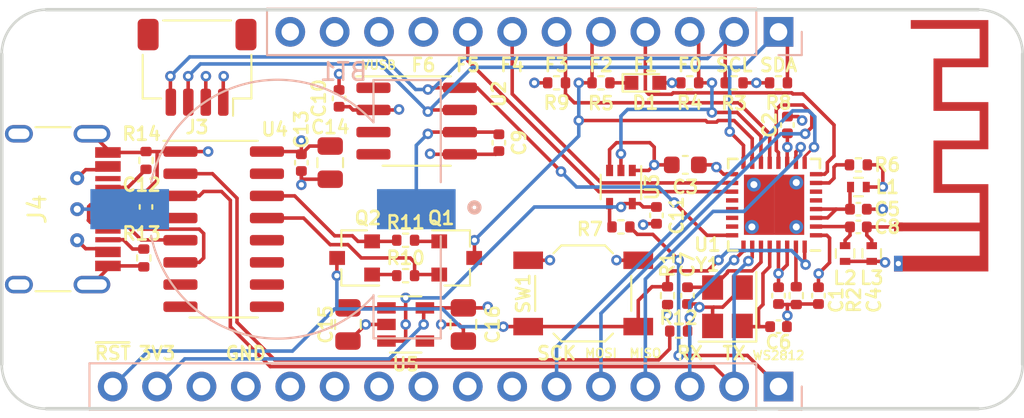
<source format=kicad_pcb>
(kicad_pcb (version 20171130) (host pcbnew "(5.1.10)-1")
  (layers (0 F.Cu signal hide) (1 In1.Cu power hide) (2 In2.Cu power hide) (31 B.Cu signal) (34 B.Paste user) (35 F.Paste user) (36 B.SilkS user) (37 F.SilkS user) (38 B.Mask user) (39 F.Mask user) (44 Edge.Cuts user))
  (net 0 "")
  (net 1 /TX)
  (net 2 /RX)
  (net 3 GND)
  (net 4 +3V3)
  (net 5 /EN)
  (net 6 /VBAT)
  (net 7 "Net-(AE1-Pad1)")
  (net 8 "Net-(C5-Pad1)")
  (net 9 "Net-(C6-Pad1)")
  (net 10 "Net-(C7-Pad1)")
  (net 11 "Net-(C8-Pad1)")
  (net 12 VCC)
  (net 13 "Net-(C12-Pad1)")
  (net 14 "Net-(D1-Pad1)")
  (net 15 /WS2812)
  (net 16 /GPIO12-MISO)
  (net 17 /GPIO13-MOSI)
  (net 18 /GPIO14-SCK)
  (net 19 "Net-(J1-Pad7)")
  (net 20 "Net-(J1-Pad8)")
  (net 21 "Net-(J1-Pad9)")
  (net 22 "Net-(J1-Pad10)")
  (net 23 "Net-(J1-Pad11)")
  (net 24 /ADC)
  (net 25 "Net-(J1-Pad14)")
  (net 26 /GPIO4-SDA)
  (net 27 /GPIO5-SCL)
  (net 28 /GPIO2)
  (net 29 /GPIO16)
  (net 30 /GPIO0)
  (net 31 /GPIO15)
  (net 32 /GPIO10)
  (net 33 /GPIO9)
  (net 34 "Net-(J2-Pad9)")
  (net 35 "Net-(J4-PadA6)")
  (net 36 "Net-(J4-PadB5)")
  (net 37 "Net-(J4-PadA8)")
  (net 38 "Net-(J4-PadA7)")
  (net 39 "Net-(J4-PadA5)")
  (net 40 "Net-(J4-PadB8)")
  (net 41 /DTR)
  (net 42 "Net-(Q1-Pad1)")
  (net 43 "Net-(Q2-Pad1)")
  (net 44 /RTS)
  (net 45 /RESET)
  (net 46 "Net-(R2-Pad1)")
  (net 47 "Net-(R6-Pad2)")
  (net 48 "Net-(R7-Pad2)")
  (net 49 "Net-(R12-Pad1)")
  (net 50 "Net-(U1-Pad5)")
  (net 51 "Net-(U1-Pad20)")
  (net 52 "Net-(U1-Pad21)")
  (net 53 "Net-(U1-Pad22)")
  (net 54 "Net-(U1-Pad23)")
  (net 55 "Net-(U2-Pad1)")
  (net 56 "Net-(U2-Pad3)")
  (net 57 "Net-(U2-Pad4)")
  (net 58 "Net-(U4-Pad7)")
  (net 59 "Net-(U4-Pad8)")
  (net 60 "Net-(U4-Pad9)")
  (net 61 "Net-(U4-Pad10)")
  (net 62 "Net-(U4-Pad11)")
  (net 63 "Net-(U4-Pad12)")
  (net 64 "Net-(U4-Pad15)")
  (net 65 "Net-(BT1-Pad1)")
  (net 66 "Net-(U5-Pad4)")
  (net 67 "Net-(J1-Pad12)")
  (module Capacitor_SMD:C_0805_2012Metric (layer F.Cu) (at 44.196 34.163 270)
    (fp_text reference C14 (at -2.032 0 180) (layer F.SilkS) (effects (font (size 0.75 0.75))))
    (fp_text value 22u)
    (pad 1 smd roundrect (at -0.95 0 270) (size 1 1.45) (layers F.Cu F.Paste F.Mask) (net 12 VCC))
    (pad 2 smd roundrect (at 0.95 0 270) (size 1 1.45) (layers F.Cu F.Paste F.Mask) (net 3 GND))
  )
  (module Package_TO_SOT_SMD:SOT-353_SC-70-5 (layer F.Cu) (at 60.833 35.56 270)
    (fp_text reference U3 (at 0 -1.778 90) (layer F.SilkS) (effects (font (size 0.75 0.75))))
    (fp_text value 74AHCT1G125)
    (pad 1 smd rect (at -0.95 -0.65 270) (size 0.65 0.4) (layers F.Cu F.Paste F.Mask) (net 3 GND))
    (pad 3 smd rect (at -0.95 0.65 270) (size 0.65 0.4) (layers F.Cu F.Paste F.Mask) (net 3 GND))
    (pad 2 smd rect (at -0.95 0 270) (size 0.65 0.4) (layers F.Cu F.Paste F.Mask) (net 28 /GPIO2))
    (pad 4 smd rect (at 0.95 0.65 270) (size 0.65 0.4) (layers F.Cu F.Paste F.Mask) (net 48 "Net-(R7-Pad2)"))
    (pad 5 smd rect (at 0.95 -0.65 270) (size 0.65 0.4) (layers F.Cu F.Paste F.Mask) (net 12 VCC))
  )
  (module Button_Switch_SMD:SW_SPST_TL3342 (layer F.Cu) (at 58.674 41.656)
    (fp_text reference SW1 (at -3.429 0 90) (layer F.SilkS) (effects (font (size 0.75 0.75))))
    (fp_text value SW_Push)
    (pad 1 smd rect (at -3.15 -1.9) (size 1.7 1) (layers F.Cu F.Paste F.Mask) (net 3 GND))
    (pad 1 smd rect (at 3.15 -1.9) (size 1.7 1) (layers F.Cu F.Paste F.Mask) (net 3 GND))
    (pad 2 smd rect (at -3.15 1.9) (size 1.7 1) (layers F.Cu F.Paste F.Mask) (net 45 /RESET))
    (pad 2 smd rect (at 3.15 1.9) (size 1.7 1) (layers F.Cu F.Paste F.Mask) (net 45 /RESET))
  )
  (module Crystal:Crystal_SMD_3225-4Pin_3.2x2.5mm (layer F.Cu) (at 66.929 42.418 90)
    (fp_text reference Y1 (at 2.413 -1.143 180) (layer F.SilkS) (effects (font (size 0.75 0.75))))
    (fp_text value Crystal_GND24_Small)
    (pad 1 smd rect (at -1.1 0.85 90) (size 1.4 1.2) (layers F.Cu F.Paste F.Mask) (net 9 "Net-(C6-Pad1)"))
    (pad 2 smd rect (at 1.1 0.85 90) (size 1.4 1.2) (layers F.Cu F.Paste F.Mask) (net 3 GND))
    (pad 3 smd rect (at 1.1 -0.85 90) (size 1.4 1.2) (layers F.Cu F.Paste F.Mask) (net 10 "Net-(C7-Pad1)"))
    (pad 4 smd rect (at -1.1 -0.85 90) (size 1.4 1.2) (layers F.Cu F.Paste F.Mask) (net 3 GND))
  )
  (module Package_TO_SOT_SMD:SOT-23-5 (layer F.Cu) (at 48.514 43.434)
    (fp_text reference U5 (at 0 2.286) (layer F.SilkS) (effects (font (size 0.75 0.75))))
    (fp_text value AP2112K-3.3)
    (pad 1 smd rect (at -1.1 -0.95) (size 1.06 0.65) (layers F.Cu F.Paste F.Mask) (net 12 VCC))
    (pad 2 smd rect (at -1.1 0) (size 1.06 0.65) (layers F.Cu F.Paste F.Mask) (net 3 GND))
    (pad 3 smd rect (at -1.1 0.95) (size 1.06 0.65) (layers F.Cu F.Paste F.Mask) (net 12 VCC))
    (pad 4 smd rect (at 1.1 0.95) (size 1.06 0.65) (layers F.Cu F.Paste F.Mask) (net 66 "Net-(U5-Pad4)"))
    (pad 5 smd rect (at 1.1 -0.95) (size 1.06 0.65) (layers F.Cu F.Paste F.Mask) (net 4 +3V3))
  )
  (module featherclock:BAT_S8411-45R (layer B.Cu) (at 41.148 36.83 270)
    (fp_text reference BT1 (at -7.874 -3.81 180) (layer B.SilkS) (effects (justify mirror)))
    (fp_text value Battery_Cell)
    (pad 2 smd rect (at 0 8.425 270) (size 2.3 4.5) (layers B.Cu B.Paste B.Mask) (net 3 GND))
    (pad None np_thru_hole circle (at 0 3.725 270) (size 1.05 1.05) (drill 1.05) (layers *.Cu *.Mask))
    (pad None np_thru_hole circle (at 0 -3.725 270) (size 1.3 1.3) (drill 1.3) (layers *.Cu *.Mask))
    (pad 1 smd rect (at 0 -7.975 270) (size 2.3 4.5) (layers B.Cu B.Paste B.Mask) (net 65 "Net-(BT1-Pad1)"))
  )
  (module MountingHole:MountingHole_2.7mm_M2.5 (layer F.Cu) (at 73.66 27.94)
    (fp_text reference REF** hide)
    (fp_text value MountingHole_2.7mm_M2.5 hide)
    (pad 1 np_thru_hole circle (at 0 0) (size 2.7 2.7) (drill 2.7) (layers *.Cu *.Mask))
  )
  (module MountingHole:MountingHole_2.7mm_M2.5 (layer F.Cu) (at 73.66 45.72)
    (fp_text reference REF** hide)
    (fp_text value MountingHole_2.7mm_M2.5 hide)
    (pad 1 np_thru_hole circle (at 0 0) (size 2.7 2.7) (drill 2.7) (layers *.Cu *.Mask))
  )
  (module MountingHole:MountingHole_2.7mm_M2.5 (layer F.Cu) (at 27.94 45.72)
    (fp_text reference REF** hide)
    (fp_text value MountingHole_2.7mm_M2.5 hide)
    (pad 1 np_thru_hole circle (at 0 0) (size 2.7 2.7) (drill 2.7) (layers *.Cu *.Mask))
  )
  (module MountingHole:MountingHole_2.7mm_M2.5 (layer F.Cu) (at 27.94 27.94)
    (fp_text reference REF** hide)
    (fp_text value MountingHole_2.7mm_M2.5 hide)
    (pad 1 np_thru_hole circle (at 0 0) (size 2.7 2.7) (drill 2.7) (layers *.Cu *.Mask))
  )
  (module Connector_PinHeader_2.54mm:PinHeader_1x16_P2.54mm_Vertical (layer B.Cu) (at 69.85 46.99 90)
    (fp_text reference J1 hide)
    (fp_text value "feather long" hide)
    (pad 1 thru_hole rect (at 0 0 90) (size 1.7 1.7) (drill 1) (layers *.Cu *.Mask) (net 15 /WS2812))
    (pad 2 thru_hole oval (at 0 -2.54 90) (size 1.7 1.7) (drill 1) (layers *.Cu *.Mask) (net 1 /TX))
    (pad 3 thru_hole oval (at 0 -5.08 90) (size 1.7 1.7) (drill 1) (layers *.Cu *.Mask) (net 2 /RX))
    (pad 4 thru_hole oval (at 0 -7.62 90) (size 1.7 1.7) (drill 1) (layers *.Cu *.Mask) (net 16 /GPIO12-MISO))
    (pad 5 thru_hole oval (at 0 -10.16 90) (size 1.7 1.7) (drill 1) (layers *.Cu *.Mask) (net 17 /GPIO13-MOSI))
    (pad 6 thru_hole oval (at 0 -12.7 90) (size 1.7 1.7) (drill 1) (layers *.Cu *.Mask) (net 18 /GPIO14-SCK))
    (pad 7 thru_hole oval (at 0 -15.24 90) (size 1.7 1.7) (drill 1) (layers *.Cu *.Mask) (net 19 "Net-(J1-Pad7)"))
    (pad 8 thru_hole oval (at 0 -17.78 90) (size 1.7 1.7) (drill 1) (layers *.Cu *.Mask) (net 20 "Net-(J1-Pad8)"))
    (pad 9 thru_hole oval (at 0 -20.32 90) (size 1.7 1.7) (drill 1) (layers *.Cu *.Mask) (net 21 "Net-(J1-Pad9)"))
    (pad 10 thru_hole oval (at 0 -22.86 90) (size 1.7 1.7) (drill 1) (layers *.Cu *.Mask) (net 22 "Net-(J1-Pad10)"))
    (pad 11 thru_hole oval (at 0 -25.4 90) (size 1.7 1.7) (drill 1) (layers *.Cu *.Mask) (net 23 "Net-(J1-Pad11)"))
    (pad 12 thru_hole oval (at 0 -27.94 90) (size 1.7 1.7) (drill 1) (layers *.Cu *.Mask) (net 67 "Net-(J1-Pad12)"))
    (pad 13 thru_hole oval (at 0 -30.48 90) (size 1.7 1.7) (drill 1) (layers *.Cu *.Mask) (net 3 GND))
    (pad 14 thru_hole oval (at 0 -33.02 90) (size 1.7 1.7) (drill 1) (layers *.Cu *.Mask) (net 25 "Net-(J1-Pad14)"))
    (pad 15 thru_hole oval (at 0 -35.56 90) (size 1.7 1.7) (drill 1) (layers *.Cu *.Mask) (net 4 +3V3))
    (pad 16 thru_hole oval (at 0 -38.1 90) (size 1.7 1.7) (drill 1) (layers *.Cu *.Mask) (net 45 /RESET))
  )
  (module Connector_PinHeader_2.54mm:PinHeader_1x12_P2.54mm_Vertical (layer B.Cu) (at 69.85 26.67 90)
    (fp_text reference J2 hide)
    (fp_text value "feather short" hide)
    (pad 1 thru_hole rect (at 0 0 90) (size 1.7 1.7) (drill 1) (layers *.Cu *.Mask) (net 26 /GPIO4-SDA))
    (pad 2 thru_hole oval (at 0 -2.54 90) (size 1.7 1.7) (drill 1) (layers *.Cu *.Mask) (net 27 /GPIO5-SCL))
    (pad 3 thru_hole oval (at 0 -5.08 90) (size 1.7 1.7) (drill 1) (layers *.Cu *.Mask) (net 28 /GPIO2))
    (pad 4 thru_hole oval (at 0 -7.62 90) (size 1.7 1.7) (drill 1) (layers *.Cu *.Mask) (net 29 /GPIO16))
    (pad 5 thru_hole oval (at 0 -10.16 90) (size 1.7 1.7) (drill 1) (layers *.Cu *.Mask) (net 30 /GPIO0))
    (pad 6 thru_hole oval (at 0 -12.7 90) (size 1.7 1.7) (drill 1) (layers *.Cu *.Mask) (net 31 /GPIO15))
    (pad 7 thru_hole oval (at 0 -15.24 90) (size 1.7 1.7) (drill 1) (layers *.Cu *.Mask) (net 33 /GPIO9))
    (pad 8 thru_hole oval (at 0 -17.78 90) (size 1.7 1.7) (drill 1) (layers *.Cu *.Mask) (net 32 /GPIO10))
    (pad 9 thru_hole oval (at 0 -20.32 90) (size 1.7 1.7) (drill 1) (layers *.Cu *.Mask) (net 34 "Net-(J2-Pad9)"))
    (pad 10 thru_hole oval (at 0 -22.86 90) (size 1.7 1.7) (drill 1) (layers *.Cu *.Mask) (net 12 VCC))
    (pad 11 thru_hole oval (at 0 -25.4 90) (size 1.7 1.7) (drill 1) (layers *.Cu *.Mask) (net 5 /EN))
    (pad 12 thru_hole oval (at 0 -27.94 90) (size 1.7 1.7) (drill 1) (layers *.Cu *.Mask) (net 6 /VBAT))
  )
  (module RF_Antenna:Texas_SWRA117D_2.4GHz_Left (layer F.Cu) (at 76.708 37.846 270)
    (fp_text reference AE1 hide)
    (fp_text value Antenna_Dipole)
    (fp_poly (pts (xy -2.45 -2.51) (xy -4.45 -2.51) (xy -4.45 -5.15) (xy -7.15 -5.15) (xy -7.15 -2.51) (xy -9.15 -2.51) (xy -9.15 -5.15) (xy -11.85 -5.15) (xy -11.85 -0.71) (xy -11.35 -0.71) (xy -11.35 -4.65) (xy -9.65 -4.65) (xy -9.65 -2.01) (xy -6.65 -2.01) (xy -6.65 -4.65) (xy -4.95 -4.65) (xy -4.95 -2.01) (xy -1.95 -2.01) (xy -1.95 -4.65) (xy -0.25 -4.65) (xy -0.25 0.25) (xy 0.25 0.25) (xy 0.25 -4.65) (xy 1.65 -4.65) (xy 1.65 0.25) (xy 2.55 0.25) (xy 2.55 0.006785) (xy 2.247583 0.006785) (xy 2.237742 0.054395) (xy 2.213674 0.096797) (xy 2.175731 0.129581) (xy 2.167819 0.133935) (xy 2.125156 0.146043) (xy 2.076637 0.1453) (xy 2.031122 0.1324) (xy 2.012511 0.121787) (xy 1.978868 0.086553) (xy 1.958309 0.041368) (xy 1.951778 -0.008158) (xy 1.960218 -0.056417) (xy 1.977112 -0.088643) (xy 2.012372 -0.121313) (xy 2.057682 -0.141408) (xy 2.107267 -0.147982) (xy 2.155353 -0.140092) (xy 2.188245 -0.123186) (xy 2.223185 -0.086416) (xy 2.242847 -0.041622) (xy 2.247583 0.006785) (xy 2.55 0.006785) (xy 2.55 -5.15) (xy -2.45 -5.15) (xy -2.45 -2.51)) (layer F.Cu) (width 0))
    (pad 2 thru_hole rect (at 2.1 0 270) (size 0.9 0.5) (drill 0.3) (layers *.Cu) (net 3 GND))
    (pad 1 connect rect (at 0 0 270) (size 0.5 0.5) (layers F.Cu) (net 7 "Net-(AE1-Pad1)"))
  )
  (module Capacitor_SMD:C_0603_1608Metric (layer F.Cu) (at 64.516 34.29 180)
    (fp_text reference C3 (at 0 -1.27) (layer F.SilkS) (effects (font (size 0.75 0.75))))
    (fp_text value 4.7u)
    (pad 2 smd roundrect (at 0.775 0 180) (size 0.9 0.95) (layers F.Cu F.Paste F.Mask) (net 3 GND))
    (pad 1 smd roundrect (at -0.775 0 180) (size 0.9 0.95) (layers F.Cu F.Paste F.Mask) (net 4 +3V3))
  )
  (module Capacitor_SMD:C_0402_1005Metric (layer F.Cu) (at 69.85 43.561)
    (fp_text reference C6 (at 0 0.889 180) (layer F.SilkS) (effects (font (size 0.75 0.75))))
    (fp_text value 6.8p)
    (pad 2 smd roundrect (at 0.48 0) (size 0.56 0.62) (layers F.Cu F.Paste F.Mask) (net 3 GND))
    (pad 1 smd roundrect (at -0.48 0) (size 0.56 0.62) (layers F.Cu F.Paste F.Mask) (net 9 "Net-(C6-Pad1)"))
  )
  (module Capacitor_SMD:C_0402_1005Metric (layer F.Cu) (at 64.643 41.783 270)
    (fp_text reference C7 (at -1.778 0 270) (layer F.SilkS) (effects (font (size 0.75 0.75))))
    (fp_text value 6.8p)
    (pad 1 smd roundrect (at -0.48 0 270) (size 0.56 0.62) (layers F.Cu F.Paste F.Mask) (net 10 "Net-(C7-Pad1)"))
    (pad 2 smd roundrect (at 0.48 0 270) (size 0.56 0.62) (layers F.Cu F.Paste F.Mask) (net 3 GND))
  )
  (module Capacitor_SMD:C_0402_1005Metric (layer F.Cu) (at 74.422 37.846)
    (fp_text reference C8 (at 1.651 0) (layer F.SilkS) (effects (font (size 0.75 0.75))))
    (fp_text value 5.6p)
    (pad 1 smd roundrect (at -0.48 0) (size 0.56 0.62) (layers F.Cu F.Paste F.Mask) (net 11 "Net-(C8-Pad1)"))
    (pad 2 smd roundrect (at 0.48 0) (size 0.56 0.62) (layers F.Cu F.Paste F.Mask) (net 7 "Net-(AE1-Pad1)"))
  )
  (module LEDs:LED_0603 (layer F.Cu) (at 62.23 29.591)
    (fp_text reference D1 (at 0 1.143) (layer F.SilkS) (effects (font (size 0.75 0.75))))
    (fp_text value LED)
    (pad 2 smd rect (at 0.8 0 180) (size 0.8 0.8) (layers F.Cu F.Paste F.Mask) (net 4 +3V3))
    (pad 1 smd rect (at -0.8 0 180) (size 0.8 0.8) (layers F.Cu F.Paste F.Mask) (net 14 "Net-(D1-Pad1)"))
  )
  (module Connector_JST:JST_SH_SM04B-SRSS-TB_1x04-1MP_P1.00mm_Horizontal (layer F.Cu) (at 36.576 28.702 180)
    (fp_text reference J3 (at 0 -3.429) (layer F.SilkS) (effects (font (size 0.75 0.75))))
    (fp_text value Conn_01x04)
    (pad 1 smd roundrect (at -1.5 -2 180) (size 0.6 1.55) (layers F.Cu F.Paste F.Mask) (net 3 GND))
    (pad 2 smd roundrect (at -0.5 -2 180) (size 0.6 1.55) (layers F.Cu F.Paste F.Mask) (net 4 +3V3))
    (pad 3 smd roundrect (at 0.5 -2 180) (size 0.6 1.55) (layers F.Cu F.Paste F.Mask) (net 26 /GPIO4-SDA))
    (pad 4 smd roundrect (at 1.5 -2 180) (size 0.6 1.55) (layers F.Cu F.Paste F.Mask) (net 27 /GPIO5-SCL))
    (pad MP smd roundrect (at -2.8 1.875 180) (size 1.2 1.8) (layers F.Cu F.Paste F.Mask) (roundrect_rratio 0.208333))
    (pad MP smd roundrect (at 2.8 1.875 180) (size 1.2 1.8) (layers F.Cu F.Paste F.Mask) (roundrect_rratio 0.208333))
  )
  (module Connector_USB:USB_C_Receptacle_HRO_TYPE-C-31-M-12 (layer F.Cu) (at 27.432 36.83 270)
    (fp_text reference J4 (at 0 0 90) (layer F.SilkS))
    (fp_text value USB_C_Receptacle_USB2.0)
    (pad S1 thru_hole oval (at 4.32 1.05 270) (size 1 1.6) (drill oval 0.6 1.2) (layers *.Cu *.Mask) (net 3 GND))
    (pad "" np_thru_hole circle (at 2.89 -2.6 270) (size 0.65 0.65) (drill 0.65) (layers *.Cu *.Mask))
    (pad S1 thru_hole oval (at -4.32 1.05 270) (size 1 1.6) (drill oval 0.6 1.2) (layers *.Cu *.Mask) (net 3 GND))
    (pad "" np_thru_hole circle (at -2.89 -2.6 270) (size 0.65 0.65) (drill 0.65) (layers *.Cu *.Mask))
    (pad S1 thru_hole oval (at -4.32 -3.13 270) (size 1 2.1) (drill oval 0.6 1.7) (layers *.Cu *.Mask) (net 3 GND))
    (pad S1 thru_hole oval (at 4.32 -3.13 270) (size 1 2.1) (drill oval 0.6 1.7) (layers *.Cu *.Mask) (net 3 GND))
    (pad A6 smd rect (at -0.25 -4.045 270) (size 0.3 1.45) (layers F.Cu F.Paste F.Mask) (net 35 "Net-(J4-PadA6)"))
    (pad B5 smd rect (at 1.75 -4.045 270) (size 0.3 1.45) (layers F.Cu F.Paste F.Mask) (net 36 "Net-(J4-PadB5)"))
    (pad A8 smd rect (at 1.25 -4.045 270) (size 0.3 1.45) (layers F.Cu F.Paste F.Mask) (net 37 "Net-(J4-PadA8)"))
    (pad B6 smd rect (at 0.75 -4.045 270) (size 0.3 1.45) (layers F.Cu F.Paste F.Mask) (net 35 "Net-(J4-PadA6)"))
    (pad A7 smd rect (at 0.25 -4.045 270) (size 0.3 1.45) (layers F.Cu F.Paste F.Mask) (net 38 "Net-(J4-PadA7)"))
    (pad B7 smd rect (at -0.75 -4.045 270) (size 0.3 1.45) (layers F.Cu F.Paste F.Mask) (net 38 "Net-(J4-PadA7)"))
    (pad A5 smd rect (at -1.25 -4.045 270) (size 0.3 1.45) (layers F.Cu F.Paste F.Mask) (net 39 "Net-(J4-PadA5)"))
    (pad B8 smd rect (at -1.75 -4.045 270) (size 0.3 1.45) (layers F.Cu F.Paste F.Mask) (net 40 "Net-(J4-PadB8)"))
    (pad A12 smd rect (at 3.25 -4.045 270) (size 0.6 1.45) (layers F.Cu F.Paste F.Mask) (net 3 GND))
    (pad B4 smd rect (at 2.45 -4.045 270) (size 0.6 1.45) (layers F.Cu F.Paste F.Mask) (net 12 VCC))
    (pad A4 smd rect (at -2.45 -4.045 270) (size 0.6 1.45) (layers F.Cu F.Paste F.Mask) (net 12 VCC))
    (pad A1 smd rect (at -3.25 -4.045 270) (size 0.6 1.45) (layers F.Cu F.Paste F.Mask) (net 3 GND))
    (pad B12 smd rect (at -3.25 -4.045 270) (size 0.6 1.45) (layers F.Cu F.Paste F.Mask) (net 3 GND))
    (pad B9 smd rect (at -2.45 -4.045 270) (size 0.6 1.45) (layers F.Cu F.Paste F.Mask) (net 12 VCC))
    (pad A9 smd rect (at 2.45 -4.045 270) (size 0.6 1.45) (layers F.Cu F.Paste F.Mask) (net 12 VCC))
    (pad B1 smd rect (at 3.25 -4.045 270) (size 0.6 1.45) (layers F.Cu F.Paste F.Mask) (net 3 GND))
  )
  (module Inductors_SMD:L_0402 (layer F.Cu) (at 73.66 39.37 270)
    (fp_text reference L2 (at 1.397 0 180) (layer F.SilkS) (effects (font (size 0.75 0.75))))
    (fp_text value DNP)
    (pad 2 smd rect (at 0.45 0 270) (size 0.4 0.6) (layers F.Cu F.Paste F.Mask) (net 3 GND))
    (pad 1 smd rect (at -0.45 0 270) (size 0.4 0.6) (layers F.Cu F.Paste F.Mask) (net 11 "Net-(C8-Pad1)"))
  )
  (module Inductors_SMD:L_0402 (layer F.Cu) (at 75.184 39.37 270)
    (fp_text reference L3 (at 1.397 0 180) (layer F.SilkS) (effects (font (size 0.75 0.75))))
    (fp_text value DNP)
    (pad 1 smd rect (at -0.45 0 270) (size 0.4 0.6) (layers F.Cu F.Paste F.Mask) (net 7 "Net-(AE1-Pad1)"))
    (pad 2 smd rect (at 0.45 0 270) (size 0.4 0.6) (layers F.Cu F.Paste F.Mask) (net 3 GND))
  )
  (module Package_TO_SOT_SMD:SOT-23 (layer F.Cu) (at 51.435 39.624)
    (fp_text reference Q1 (at -0.889 -2.286) (layer F.SilkS) (effects (font (size 0.75 0.75))))
    (fp_text value MMBT3904)
    (pad 3 smd rect (at 1 0) (size 0.9 0.8) (layers F.Cu F.Paste F.Mask) (net 30 /GPIO0))
    (pad 2 smd rect (at -1 0.95) (size 0.9 0.8) (layers F.Cu F.Paste F.Mask) (net 41 /DTR))
    (pad 1 smd rect (at -1 -0.95) (size 0.9 0.8) (layers F.Cu F.Paste F.Mask) (net 42 "Net-(Q1-Pad1)"))
  )
  (module Package_TO_SOT_SMD:SOT-23 (layer F.Cu) (at 45.593 39.624 180)
    (fp_text reference Q2 (at -0.762 2.286) (layer F.SilkS) (effects (font (size 0.75 0.75))))
    (fp_text value MMBT3904)
    (pad 1 smd rect (at -1 -0.95 180) (size 0.9 0.8) (layers F.Cu F.Paste F.Mask) (net 43 "Net-(Q2-Pad1)"))
    (pad 2 smd rect (at -1 0.95 180) (size 0.9 0.8) (layers F.Cu F.Paste F.Mask) (net 44 /RTS))
    (pad 3 smd rect (at 1 0 180) (size 0.9 0.8) (layers F.Cu F.Paste F.Mask) (net 45 /RESET))
  )
  (module Housings_DFN_QFN:QFN-32-1EP_5x5mm_Pitch0.5mm (layer F.Cu) (at 69.596 36.576 180)
    (fp_text reference U1 (at 3.81 -2.286) (layer F.SilkS) (effects (font (size 0.75 0.75))))
    (fp_text value ESP8285)
    (pad 1 smd rect (at -2.4 -1.75 180) (size 0.7 0.25) (layers F.Cu F.Paste F.Mask) (net 4 +3V3))
    (pad 2 smd rect (at -2.4 -1.25 180) (size 0.7 0.25) (layers F.Cu F.Paste F.Mask) (net 11 "Net-(C8-Pad1)"))
    (pad 3 smd rect (at -2.4 -0.75 180) (size 0.7 0.25) (layers F.Cu F.Paste F.Mask) (net 8 "Net-(C5-Pad1)"))
    (pad 4 smd rect (at -2.4 -0.25 180) (size 0.7 0.25) (layers F.Cu F.Paste F.Mask) (net 8 "Net-(C5-Pad1)"))
    (pad 5 smd rect (at -2.4 0.25 180) (size 0.7 0.25) (layers F.Cu F.Paste F.Mask) (net 50 "Net-(U1-Pad5)"))
    (pad 6 smd rect (at -2.4 0.75 180) (size 0.7 0.25) (layers F.Cu F.Paste F.Mask) (net 24 /ADC))
    (pad 7 smd rect (at -2.4 1.25 180) (size 0.7 0.25) (layers F.Cu F.Paste F.Mask) (net 47 "Net-(R6-Pad2)"))
    (pad 8 smd rect (at -2.4 1.75 180) (size 0.7 0.25) (layers F.Cu F.Paste F.Mask) (net 29 /GPIO16))
    (pad 9 smd rect (at -1.75 2.4 270) (size 0.7 0.25) (layers F.Cu F.Paste F.Mask) (net 18 /GPIO14-SCK))
    (pad 10 smd rect (at -1.25 2.4 270) (size 0.7 0.25) (layers F.Cu F.Paste F.Mask) (net 16 /GPIO12-MISO))
    (pad 11 smd rect (at -0.75 2.4 270) (size 0.7 0.25) (layers F.Cu F.Paste F.Mask) (net 4 +3V3))
    (pad 12 smd rect (at -0.25 2.4 270) (size 0.7 0.25) (layers F.Cu F.Paste F.Mask) (net 17 /GPIO13-MOSI))
    (pad 13 smd rect (at 0.25 2.4 270) (size 0.7 0.25) (layers F.Cu F.Paste F.Mask) (net 31 /GPIO15))
    (pad 14 smd rect (at 0.75 2.4 270) (size 0.7 0.25) (layers F.Cu F.Paste F.Mask) (net 28 /GPIO2))
    (pad 15 smd rect (at 1.25 2.4 270) (size 0.7 0.25) (layers F.Cu F.Paste F.Mask) (net 30 /GPIO0))
    (pad 16 smd rect (at 1.75 2.4 270) (size 0.7 0.25) (layers F.Cu F.Paste F.Mask) (net 26 /GPIO4-SDA))
    (pad 17 smd rect (at 2.4 1.75 180) (size 0.7 0.25) (layers F.Cu F.Paste F.Mask) (net 4 +3V3))
    (pad 18 smd rect (at 2.4 1.25 180) (size 0.7 0.25) (layers F.Cu F.Paste F.Mask) (net 33 /GPIO9))
    (pad 19 smd rect (at 2.4 0.75 180) (size 0.7 0.25) (layers F.Cu F.Paste F.Mask) (net 32 /GPIO10))
    (pad 20 smd rect (at 2.4 0.25 180) (size 0.7 0.25) (layers F.Cu F.Paste F.Mask) (net 51 "Net-(U1-Pad20)"))
    (pad 21 smd rect (at 2.4 -0.25 180) (size 0.7 0.25) (layers F.Cu F.Paste F.Mask) (net 52 "Net-(U1-Pad21)"))
    (pad 22 smd rect (at 2.4 -0.75 180) (size 0.7 0.25) (layers F.Cu F.Paste F.Mask) (net 53 "Net-(U1-Pad22)"))
    (pad 23 smd rect (at 2.4 -1.25 180) (size 0.7 0.25) (layers F.Cu F.Paste F.Mask) (net 54 "Net-(U1-Pad23)"))
    (pad 24 smd rect (at 2.4 -1.75 180) (size 0.7 0.25) (layers F.Cu F.Paste F.Mask) (net 27 /GPIO5-SCL))
    (pad 25 smd rect (at 1.75 -2.4 270) (size 0.7 0.25) (layers F.Cu F.Paste F.Mask) (net 2 /RX))
    (pad 26 smd rect (at 1.25 -2.4 270) (size 0.7 0.25) (layers F.Cu F.Paste F.Mask) (net 1 /TX))
    (pad 27 smd rect (at 0.75 -2.4 270) (size 0.7 0.25) (layers F.Cu F.Paste F.Mask) (net 10 "Net-(C7-Pad1)"))
    (pad 28 smd rect (at 0.25 -2.4 270) (size 0.7 0.25) (layers F.Cu F.Paste F.Mask) (net 9 "Net-(C6-Pad1)"))
    (pad 29 smd rect (at -0.25 -2.4 270) (size 0.7 0.25) (layers F.Cu F.Paste F.Mask) (net 4 +3V3))
    (pad 30 smd rect (at -0.75 -2.4 270) (size 0.7 0.25) (layers F.Cu F.Paste F.Mask) (net 4 +3V3))
    (pad 31 smd rect (at -1.25 -2.4 270) (size 0.7 0.25) (layers F.Cu F.Paste F.Mask) (net 46 "Net-(R2-Pad1)"))
    (pad 32 smd rect (at -1.75 -2.4 270) (size 0.7 0.25) (layers F.Cu F.Paste F.Mask) (net 45 /RESET))
    (pad 33 smd rect (at 0.8625 0.8625 180) (size 1.725 1.725) (layers F.Cu F.Paste F.Mask) (net 3 GND))
    (pad 33 smd rect (at 0.8625 -0.8625 180) (size 1.725 1.725) (layers F.Cu F.Paste F.Mask) (net 3 GND))
    (pad 33 smd rect (at -0.8625 0.8625 180) (size 1.725 1.725) (layers F.Cu F.Paste F.Mask) (net 3 GND))
    (pad 33 smd rect (at -0.8625 -0.8625 180) (size 1.725 1.725) (layers F.Cu F.Paste F.Mask) (net 3 GND))
  )
  (module Package_SO:SOIC-8_3.9x4.9mm_P1.27mm (layer F.Cu) (at 49.145001 31.779001)
    (fp_text reference U2 (at 4.702999 -1.553001 90) (layer F.SilkS) (effects (font (size 0.75 0.75))))
    (fp_text value DS3231MZ)
    (pad 1 smd roundrect (at -2.475 -1.905) (size 1.95 0.6) (layers F.Cu F.Paste F.Mask) (net 55 "Net-(U2-Pad1)"))
    (pad 2 smd roundrect (at -2.475 -0.635) (size 1.95 0.6) (layers F.Cu F.Paste F.Mask) (net 4 +3V3))
    (pad 3 smd roundrect (at -2.475 0.635) (size 1.95 0.6) (layers F.Cu F.Paste F.Mask) (net 56 "Net-(U2-Pad3)"))
    (pad 4 smd roundrect (at -2.475 1.905) (size 1.95 0.6) (layers F.Cu F.Paste F.Mask) (net 57 "Net-(U2-Pad4)"))
    (pad 5 smd roundrect (at 2.475 1.905) (size 1.95 0.6) (layers F.Cu F.Paste F.Mask) (net 3 GND))
    (pad 6 smd roundrect (at 2.475 0.635) (size 1.95 0.6) (layers F.Cu F.Paste F.Mask) (net 65 "Net-(BT1-Pad1)"))
    (pad 7 smd roundrect (at 2.475 -0.635) (size 1.95 0.6) (layers F.Cu F.Paste F.Mask) (net 26 /GPIO4-SDA))
    (pad 8 smd roundrect (at 2.475 -1.905) (size 1.95 0.6) (layers F.Cu F.Paste F.Mask) (net 27 /GPIO5-SCL))
  )
  (module Package_SO:SOIC-16_3.9x9.9mm_P1.27mm (layer F.Cu) (at 38.1 37.973)
    (fp_text reference U4 (at 2.921 -5.715) (layer F.SilkS) (effects (font (size 0.75 0.75))))
    (fp_text value CH340C)
    (pad 1 smd roundrect (at -2.475 -4.445) (size 1.95 0.6) (layers F.Cu F.Paste F.Mask) (net 3 GND))
    (pad 2 smd roundrect (at -2.475 -3.175) (size 1.95 0.6) (layers F.Cu F.Paste F.Mask) (net 49 "Net-(R12-Pad1)"))
    (pad 3 smd roundrect (at -2.475 -1.905) (size 1.95 0.6) (layers F.Cu F.Paste F.Mask) (net 1 /TX))
    (pad 4 smd roundrect (at -2.475 -0.635) (size 1.95 0.6) (layers F.Cu F.Paste F.Mask) (net 13 "Net-(C12-Pad1)"))
    (pad 5 smd roundrect (at -2.475 0.635) (size 1.95 0.6) (layers F.Cu F.Paste F.Mask) (net 35 "Net-(J4-PadA6)"))
    (pad 6 smd roundrect (at -2.475 1.905) (size 1.95 0.6) (layers F.Cu F.Paste F.Mask) (net 38 "Net-(J4-PadA7)"))
    (pad 7 smd roundrect (at -2.475 3.175) (size 1.95 0.6) (layers F.Cu F.Paste F.Mask) (net 58 "Net-(U4-Pad7)"))
    (pad 8 smd roundrect (at -2.475 4.445) (size 1.95 0.6) (layers F.Cu F.Paste F.Mask) (net 59 "Net-(U4-Pad8)"))
    (pad 9 smd roundrect (at 2.475 4.445) (size 1.95 0.6) (layers F.Cu F.Paste F.Mask) (net 60 "Net-(U4-Pad9)"))
    (pad 10 smd roundrect (at 2.475 3.175) (size 1.95 0.6) (layers F.Cu F.Paste F.Mask) (net 61 "Net-(U4-Pad10)"))
    (pad 11 smd roundrect (at 2.475 1.905) (size 1.95 0.6) (layers F.Cu F.Paste F.Mask) (net 62 "Net-(U4-Pad11)"))
    (pad 12 smd roundrect (at 2.475 0.635) (size 1.95 0.6) (layers F.Cu F.Paste F.Mask) (net 63 "Net-(U4-Pad12)"))
    (pad 13 smd roundrect (at 2.475 -0.635) (size 1.95 0.6) (layers F.Cu F.Paste F.Mask) (net 41 /DTR))
    (pad 14 smd roundrect (at 2.475 -1.905) (size 1.95 0.6) (layers F.Cu F.Paste F.Mask) (net 44 /RTS))
    (pad 15 smd roundrect (at 2.475 -3.175) (size 1.95 0.6) (layers F.Cu F.Paste F.Mask) (net 64 "Net-(U4-Pad15)"))
    (pad 16 smd roundrect (at 2.475 -4.445) (size 1.95 0.6) (layers F.Cu F.Paste F.Mask) (net 12 VCC))
  )
  (module Capacitor_SMD:C_0805_2012Metric (layer F.Cu) (at 45.212 43.434 270)
    (fp_text reference C15 (at 0 1.27 90) (layer F.SilkS) (effects (font (size 0.75 0.75))))
    (fp_text value 10u)
    (pad 1 smd roundrect (at -0.95 0 270) (size 1 1.45) (layers F.Cu F.Paste F.Mask) (net 12 VCC))
    (pad 2 smd roundrect (at 0.95 0 270) (size 1 1.45) (layers F.Cu F.Paste F.Mask) (net 3 GND))
  )
  (module Capacitor_SMD:C_0805_2012Metric (layer F.Cu) (at 51.816 43.434 270)
    (fp_text reference C16 (at 0 -1.68 90) (layer F.SilkS) (effects (font (size 0.75 0.75))))
    (fp_text value 22u)
    (pad 2 smd roundrect (at 0.95 0 270) (size 1 1.45) (layers F.Cu F.Paste F.Mask) (net 3 GND))
    (pad 1 smd roundrect (at -0.95 0 270) (size 1 1.45) (layers F.Cu F.Paste F.Mask) (net 4 +3V3))
  )
  (module Capacitor_SMD:C_0402_1005Metric (layer F.Cu) (at 69.85 41.783 270)
    (fp_text reference C1 (at 0.254 -3.302 90) (layer F.SilkS) (effects (font (size 0.75 0.75))))
    (fp_text value 1u)
    (pad 1 smd roundrect (at -0.48 0 270) (size 0.56 0.62) (layers F.Cu F.Paste F.Mask) (net 4 +3V3))
    (pad 2 smd roundrect (at 0.48 0 270) (size 0.56 0.62) (layers F.Cu F.Paste F.Mask) (net 3 GND))
  )
  (module Capacitor_SMD:C_0402_1005Metric (layer F.Cu) (at 70.358 32.004 90)
    (fp_text reference C2 (at 0 -1.016 90) (layer F.SilkS) (effects (font (size 0.75 0.75))))
    (fp_text value 1u)
    (pad 1 smd roundrect (at -0.48 0 90) (size 0.56 0.62) (layers F.Cu F.Paste F.Mask) (net 4 +3V3))
    (pad 2 smd roundrect (at 0.48 0 90) (size 0.56 0.62) (layers F.Cu F.Paste F.Mask) (net 3 GND))
  )
  (module Capacitor_SMD:C_0402_1005Metric (layer F.Cu) (at 72.136 41.783 270)
    (fp_text reference C4 (at 0.254 -3.175 90) (layer F.SilkS) (effects (font (size 0.75 0.75))))
    (fp_text value 100n)
    (pad 2 smd roundrect (at 0.48 0 270) (size 0.56 0.62) (layers F.Cu F.Paste F.Mask) (net 3 GND))
    (pad 1 smd roundrect (at -0.48 0 270) (size 0.56 0.62) (layers F.Cu F.Paste F.Mask) (net 4 +3V3))
  )
  (module Capacitor_SMD:C_0402_1005Metric (layer F.Cu) (at 74.422 36.83)
    (fp_text reference C5 (at 1.651 0) (layer F.SilkS) (effects (font (size 0.75 0.75))))
    (fp_text value 100n)
    (pad 1 smd roundrect (at -0.48 0) (size 0.56 0.62) (layers F.Cu F.Paste F.Mask) (net 8 "Net-(C5-Pad1)"))
    (pad 2 smd roundrect (at 0.48 0) (size 0.56 0.62) (layers F.Cu F.Paste F.Mask) (net 3 GND))
  )
  (module Capacitor_SMD:C_0402_1005Metric (layer F.Cu) (at 53.848 33.02 270)
    (fp_text reference C9 (at 0 -1.16 90) (layer F.SilkS) (effects (font (size 0.75 0.75))))
    (fp_text value 100n)
    (pad 2 smd roundrect (at 0.48 0 270) (size 0.56 0.62) (layers F.Cu F.Paste F.Mask) (net 3 GND))
    (pad 1 smd roundrect (at -0.48 0 270) (size 0.56 0.62) (layers F.Cu F.Paste F.Mask) (net 65 "Net-(BT1-Pad1)"))
  )
  (module Capacitor_SMD:C_0402_1005Metric (layer F.Cu) (at 44.704 30.48 90)
    (fp_text reference C10 (at 0 -1.16 90) (layer F.SilkS) (effects (font (size 0.75 0.75))))
    (fp_text value 100n)
    (pad 1 smd roundrect (at -0.48 0 90) (size 0.56 0.62) (layers F.Cu F.Paste F.Mask) (net 4 +3V3))
    (pad 2 smd roundrect (at 0.48 0 90) (size 0.56 0.62) (layers F.Cu F.Paste F.Mask) (net 3 GND))
  )
  (module Capacitor_SMD:C_0402_1005Metric (layer F.Cu) (at 62.865 37.183 270)
    (fp_text reference C11 (at 0 -1.16 90) (layer F.SilkS) (effects (font (size 0.75 0.75))))
    (fp_text value 100n)
    (pad 2 smd roundrect (at 0.48 0 270) (size 0.56 0.62) (layers F.Cu F.Paste F.Mask) (net 3 GND))
    (pad 1 smd roundrect (at -0.48 0 270) (size 0.56 0.62) (layers F.Cu F.Paste F.Mask) (net 12 VCC))
  )
  (module Capacitor_SMD:C_0402_1005Metric (layer F.Cu) (at 33.655 36.703 90)
    (fp_text reference C12 (at 1.27 -0.254 180) (layer F.SilkS) (effects (font (size 0.75 0.75))))
    (fp_text value 100n)
    (pad 1 smd roundrect (at -0.48 0 90) (size 0.56 0.62) (layers F.Cu F.Paste F.Mask) (net 13 "Net-(C12-Pad1)"))
    (pad 2 smd roundrect (at 0.48 0 90) (size 0.56 0.62) (layers F.Cu F.Paste F.Mask) (net 3 GND))
  )
  (module Capacitor_SMD:C_0402_1005Metric (layer F.Cu) (at 42.545 34.163 270)
    (fp_text reference C13 (at -1.905 0 90) (layer F.SilkS) (effects (font (size 0.75 0.75))))
    (fp_text value 100n)
    (pad 2 smd roundrect (at 0.48 0 270) (size 0.56 0.62) (layers F.Cu F.Paste F.Mask) (net 3 GND))
    (pad 1 smd roundrect (at -0.48 0 270) (size 0.56 0.62) (layers F.Cu F.Paste F.Mask) (net 12 VCC))
  )
  (module Inductors_SMD:L_0402 (layer F.Cu) (at 74.422 35.56)
    (fp_text reference L1 (at 1.651 0) (layer F.SilkS) (effects (font (size 0.75 0.75))))
    (fp_text value 4.7n)
    (pad 1 smd rect (at -0.45 0) (size 0.4 0.6) (layers F.Cu F.Paste F.Mask) (net 8 "Net-(C5-Pad1)"))
    (pad 2 smd rect (at 0.45 0) (size 0.4 0.6) (layers F.Cu F.Paste F.Mask) (net 4 +3V3))
  )
  (module Resistor_SMD:R_0402_1005Metric (layer F.Cu) (at 63.5 41.783 90)
    (fp_text reference R1 (at 1.778 0 90) (layer F.SilkS) (effects (font (size 0.75 0.75))))
    (fp_text value 4.7K)
    (pad 1 smd roundrect (at -0.51 0 90) (size 0.54 0.64) (layers F.Cu F.Paste F.Mask) (net 4 +3V3))
    (pad 2 smd roundrect (at 0.51 0 90) (size 0.54 0.64) (layers F.Cu F.Paste F.Mask) (net 45 /RESET))
  )
  (module Resistor_SMD:R_0402_1005Metric (layer F.Cu) (at 70.866 41.783 270)
    (fp_text reference R2 (at 0.254 -3.302 90) (layer F.SilkS) (effects (font (size 0.75 0.75))))
    (fp_text value 12K)
    (pad 2 smd roundrect (at 0.51 0 270) (size 0.54 0.64) (layers F.Cu F.Paste F.Mask) (net 3 GND))
    (pad 1 smd roundrect (at -0.51 0 270) (size 0.54 0.64) (layers F.Cu F.Paste F.Mask) (net 46 "Net-(R2-Pad1)"))
  )
  (module Resistor_SMD:R_0402_1005Metric (layer F.Cu) (at 67.31 29.591 180)
    (fp_text reference R3 (at 0 -1.17) (layer F.SilkS) (effects (font (size 0.75 0.75))))
    (fp_text value 4.7K)
    (pad 1 smd roundrect (at -0.51 0 180) (size 0.54 0.64) (layers F.Cu F.Paste F.Mask) (net 4 +3V3))
    (pad 2 smd roundrect (at 0.51 0 180) (size 0.54 0.64) (layers F.Cu F.Paste F.Mask) (net 27 /GPIO5-SCL))
  )
  (module Resistor_SMD:R_0402_1005Metric (layer F.Cu) (at 64.77 29.591)
    (fp_text reference R4 (at 0 1.143) (layer F.SilkS) (effects (font (size 0.75 0.75))))
    (fp_text value 4.7K)
    (pad 1 smd roundrect (at -0.51 0) (size 0.54 0.64) (layers F.Cu F.Paste F.Mask) (net 4 +3V3))
    (pad 2 smd roundrect (at 0.51 0) (size 0.54 0.64) (layers F.Cu F.Paste F.Mask) (net 28 /GPIO2))
  )
  (module Resistor_SMD:R_0402_1005Metric (layer F.Cu) (at 59.69 29.591 180)
    (fp_text reference R5 (at 0 -1.17) (layer F.SilkS) (effects (font (size 0.75 0.75))))
    (fp_text value 4.7K)
    (pad 2 smd roundrect (at 0.51 0 180) (size 0.54 0.64) (layers F.Cu F.Paste F.Mask) (net 30 /GPIO0))
    (pad 1 smd roundrect (at -0.51 0 180) (size 0.54 0.64) (layers F.Cu F.Paste F.Mask) (net 14 "Net-(D1-Pad1)"))
  )
  (module Resistor_SMD:R_0402_1005Metric (layer F.Cu) (at 74.422 34.29 180)
    (fp_text reference R6 (at -1.651 0) (layer F.SilkS) (effects (font (size 0.75 0.75))))
    (fp_text value 4.7K)
    (pad 2 smd roundrect (at 0.51 0 180) (size 0.54 0.64) (layers F.Cu F.Paste F.Mask) (net 47 "Net-(R6-Pad2)"))
    (pad 1 smd roundrect (at -0.51 0 180) (size 0.54 0.64) (layers F.Cu F.Paste F.Mask) (net 4 +3V3))
  )
  (module Resistor_SMD:R_0402_1005Metric (layer F.Cu) (at 60.833 37.846 180)
    (fp_text reference R7 (at 1.778 -0.127) (layer F.SilkS) (effects (font (size 0.75 0.75))))
    (fp_text value 100)
    (pad 1 smd roundrect (at -0.51 0 180) (size 0.54 0.64) (layers F.Cu F.Paste F.Mask) (net 15 /WS2812))
    (pad 2 smd roundrect (at 0.51 0 180) (size 0.54 0.64) (layers F.Cu F.Paste F.Mask) (net 48 "Net-(R7-Pad2)"))
  )
  (module Resistor_SMD:R_0402_1005Metric (layer F.Cu) (at 69.85 29.591)
    (fp_text reference R8 (at 0 1.143) (layer F.SilkS) (effects (font (size 0.75 0.75))))
    (fp_text value 4.7K)
    (pad 2 smd roundrect (at 0.51 0) (size 0.54 0.64) (layers F.Cu F.Paste F.Mask) (net 26 /GPIO4-SDA))
    (pad 1 smd roundrect (at -0.51 0) (size 0.54 0.64) (layers F.Cu F.Paste F.Mask) (net 4 +3V3))
  )
  (module Resistor_SMD:R_0402_1005Metric (layer F.Cu) (at 57.15 29.591)
    (fp_text reference R9 (at 0 1.143) (layer F.SilkS) (effects (font (size 0.75 0.75))))
    (fp_text value 4.7K)
    (pad 1 smd roundrect (at -0.51 0) (size 0.54 0.64) (layers F.Cu F.Paste F.Mask) (net 3 GND))
    (pad 2 smd roundrect (at 0.51 0) (size 0.54 0.64) (layers F.Cu F.Paste F.Mask) (net 31 /GPIO15))
  )
  (module Resistor_SMD:R_0402_1005Metric (layer F.Cu) (at 48.514 38.608 180)
    (fp_text reference R10 (at 0 -1.016) (layer F.SilkS) (effects (font (size 0.75 0.75))))
    (fp_text value 10K)
    (pad 2 smd roundrect (at 0.51 0 180) (size 0.54 0.64) (layers F.Cu F.Paste F.Mask) (net 44 /RTS))
    (pad 1 smd roundrect (at -0.51 0 180) (size 0.54 0.64) (layers F.Cu F.Paste F.Mask) (net 42 "Net-(Q1-Pad1)"))
  )
  (module Resistor_SMD:R_0402_1005Metric (layer F.Cu) (at 48.514 40.64)
    (fp_text reference R11 (at 0 -3.048) (layer F.SilkS) (effects (font (size 0.75 0.75))))
    (fp_text value 10K)
    (pad 1 smd roundrect (at -0.51 0) (size 0.54 0.64) (layers F.Cu F.Paste F.Mask) (net 43 "Net-(Q2-Pad1)"))
    (pad 2 smd roundrect (at 0.51 0) (size 0.54 0.64) (layers F.Cu F.Paste F.Mask) (net 41 /DTR))
  )
  (module Resistor_SMD:R_0402_1005Metric (layer F.Cu) (at 64.135 43.815)
    (fp_text reference R12 (at 0 -0.762) (layer F.SilkS) (effects (font (size 0.75 0.75))))
    (fp_text value 4.7K)
    (pad 2 smd roundrect (at 0.51 0) (size 0.54 0.64) (layers F.Cu F.Paste F.Mask) (net 2 /RX))
    (pad 1 smd roundrect (at -0.51 0) (size 0.54 0.64) (layers F.Cu F.Paste F.Mask) (net 49 "Net-(R12-Pad1)"))
  )
  (module Resistor_SMD:R_0402_1005Metric (layer F.Cu) (at 33.528 39.624 90)
    (fp_text reference R13 (at 1.397 -0.127 180) (layer F.SilkS) (effects (font (size 0.75 0.75))))
    (fp_text value 5.1K)
    (pad 2 smd roundrect (at 0.51 0 90) (size 0.54 0.64) (layers F.Cu F.Paste F.Mask) (net 36 "Net-(J4-PadB5)"))
    (pad 1 smd roundrect (at -0.51 0 90) (size 0.54 0.64) (layers F.Cu F.Paste F.Mask) (net 3 GND))
  )
  (module Resistor_SMD:R_0402_1005Metric (layer F.Cu) (at 33.655 34.036 270)
    (fp_text reference R14 (at -1.524 0.254 180) (layer F.SilkS) (effects (font (size 0.75 0.75))))
    (fp_text value 5.1K)
    (pad 1 smd roundrect (at -0.51 0 270) (size 0.54 0.64) (layers F.Cu F.Paste F.Mask) (net 3 GND))
    (pad 2 smd roundrect (at 0.51 0 270) (size 0.54 0.64) (layers F.Cu F.Paste F.Mask) (net 39 "Net-(J4-PadA5)"))
  )
  (gr_text VUSB (at 46.99 28.575) (layer F.SilkS) (effects (font (size 0.5 0.5) (thickness 0.1))))
  (gr_text F6 (at 49.53 28.575) (layer F.SilkS) (effects (font (size 0.75 0.75))))
  (gr_text F5 (at 52.07 28.575) (layer F.SilkS) (effects (font (size 0.75 0.75))))
  (gr_text F4 (at 54.61 28.575) (layer F.SilkS) (effects (font (size 0.75 0.75))))
  (gr_text F3 (at 57.15 28.575) (layer F.SilkS) (effects (font (size 0.75 0.75))))
  (gr_text F2 (at 59.69 28.575) (layer F.SilkS) (effects (font (size 0.75 0.75))))
  (gr_text F1 (at 62.23 28.575) (layer F.SilkS) (effects (font (size 0.75 0.75))))
  (gr_text F0 (at 64.77 28.575) (layer F.SilkS) (effects (font (size 0.75 0.75))))
  (gr_text SCL (at 67.31 28.575) (layer F.SilkS) (effects (font (size 0.75 0.75))))
  (gr_text SDA (at 69.85 28.575) (layer F.SilkS) (effects (font (size 0.75 0.75))))
  (gr_text WS2812 (at 69.85 45.212) (layer F.SilkS) (effects (font (size 0.5 0.5) (thickness 0.1))))
  (gr_text TX (at 67.31 45.085) (layer F.SilkS) (effects (font (size 0.75 0.75))))
  (gr_text RX (at 64.77 45.085) (layer F.SilkS) (effects (font (size 0.75 0.75))))
  (gr_text MISO (at 62.23 45.085) (layer F.SilkS) (effects (font (size 0.5 0.5) (thickness 0.1))))
  (gr_text MOSI (at 59.69 45.085) (layer F.SilkS) (effects (font (size 0.5 0.5) (thickness 0.1))))
  (gr_text SCK (at 57.15 45.085) (layer F.SilkS) (effects (font (size 0.75 0.75))))
  (gr_text GND (at 39.37 45.085) (layer F.SilkS) (effects (font (size 0.75 0.75))))
  (gr_text 3V3 (at 34.29 45.085) (layer F.SilkS) (effects (font (size 0.75 0.75))))
  (gr_text ~RST (at 31.75 45.085) (layer F.SilkS) (effects (font (size 0.75 0.75))))
  (gr_arc (start 81.28 27.94) (end 83.82 27.94) (angle -90) (layer Edge.Cuts) (width 0.15))
  (gr_arc (start 81.28 45.72) (end 81.28 48.26) (angle -90) (layer Edge.Cuts) (width 0.15))
  (gr_arc (start 27.94 45.72) (end 25.4 45.72) (angle -90) (layer Edge.Cuts) (width 0.15))
  (gr_arc (start 27.94 27.94) (end 27.94 25.4) (angle -90) (layer Edge.Cuts) (width 0.15))
  (gr_line (start 25.4 45.72) (end 25.4 27.94) (layer Edge.Cuts) (width 0.2))
  (gr_line (start 81.28 48.26) (end 27.94 48.26) (layer Edge.Cuts) (width 0.2))
  (gr_line (start 83.82 27.94) (end 83.82 45.72) (layer Edge.Cuts) (width 0.2))
  (gr_line (start 27.94 25.4) (end 81.28 25.4) (layer Edge.Cuts) (width 0.2))
  (via (at 68.124762 39.803762) (size 0.6) (drill 0.3) (layers F.Cu B.Cu) (net 1))
  (segment (start 68.346 39.582524) (end 68.124762 39.803762) (width 0.2032) (layer F.Cu) (net 1))
  (segment (start 68.346 38.976) (end 68.346 39.582524) (width 0.2032) (layer F.Cu) (net 1))
  (segment (start 67.31 40.618524) (end 67.31 46.99) (width 0.2032) (layer B.Cu) (net 1))
  (segment (start 68.124762 39.803762) (end 67.31 40.618524) (width 0.2032) (layer B.Cu) (net 1))
  (segment (start 66.167 45.847) (end 67.31 46.99) (width 0.2032) (layer F.Cu) (net 1))
  (segment (start 40.767 45.847) (end 66.167 45.847) (width 0.2032) (layer F.Cu) (net 1))
  (segment (start 38.481 43.561) (end 40.767 45.847) (width 0.2032) (layer F.Cu) (net 1))
  (segment (start 38.481 36.322) (end 38.481 43.561) (width 0.2032) (layer F.Cu) (net 1))
  (segment (start 37.973 35.814) (end 38.481 36.322) (width 0.2032) (layer F.Cu) (net 1))
  (segment (start 36.957 35.814) (end 37.973 35.814) (width 0.2032) (layer F.Cu) (net 1))
  (segment (start 36.703 36.068) (end 36.957 35.814) (width 0.2032) (layer F.Cu) (net 1))
  (segment (start 35.625 36.068) (end 36.703 36.068) (width 0.2032) (layer F.Cu) (net 1))
  (via (at 67.31 39.751) (size 0.6) (drill 0.3) (layers F.Cu B.Cu) (net 2))
  (segment (start 67.846 39.215) (end 67.31 39.751) (width 0.2032) (layer F.Cu) (net 2))
  (segment (start 67.846 38.976) (end 67.846 39.215) (width 0.2032) (layer F.Cu) (net 2))
  (segment (start 67.196098 39.751) (end 64.77 42.177098) (width 0.2032) (layer B.Cu) (net 2))
  (segment (start 67.31 39.751) (end 67.196098 39.751) (width 0.2032) (layer B.Cu) (net 2))
  (segment (start 64.645 43.178) (end 64.77 43.053) (width 0.2032) (layer F.Cu) (net 2))
  (via (at 64.77 43.053) (size 0.6) (drill 0.3) (layers F.Cu B.Cu) (net 2))
  (segment (start 64.645 43.815) (end 64.645 43.178) (width 0.2032) (layer F.Cu) (net 2))
  (segment (start 64.77 43.053) (end 64.77 46.99) (width 0.2032) (layer B.Cu) (net 2))
  (segment (start 64.77 42.177098) (end 64.77 43.053) (width 0.2032) (layer B.Cu) (net 2))
  (segment (start 31.477 40.235) (end 30.562 41.15) (width 0.2032) (layer F.Cu) (net 3))
  (segment (start 31.477 40.08) (end 31.477 40.235) (width 0.2032) (layer F.Cu) (net 3))
  (segment (start 31.477 33.425) (end 30.562 32.51) (width 0.2032) (layer F.Cu) (net 3))
  (segment (start 31.477 33.58) (end 31.477 33.425) (width 0.2032) (layer F.Cu) (net 3))
  (via (at 29.718 36.83) (size 0.8) (drill 0.4) (layers F.Cu B.Cu) (net 3))
  (segment (start 32.723 36.83) (end 29.718 36.83) (width 0.2032) (layer B.Cu) (net 3))
  (segment (start 47.414 43.434) (end 46.228 43.434) (width 0.2032) (layer F.Cu) (net 3))
  (segment (start 45.278 44.384) (end 46.228 43.434) (width 0.2032) (layer F.Cu) (net 3))
  (segment (start 45.212 44.384) (end 45.278 44.384) (width 0.2032) (layer F.Cu) (net 3))
  (segment (start 51.816 44.384) (end 51.816 43.688) (width 0.2032) (layer F.Cu) (net 3))
  (segment (start 51.562 43.434) (end 50.546 43.434) (width 0.2032) (layer F.Cu) (net 3))
  (segment (start 51.816 43.688) (end 51.562 43.434) (width 0.2032) (layer F.Cu) (net 3))
  (via (at 68.326 37.846) (size 0.8) (drill 0.4) (layers F.Cu B.Cu) (net 3))
  (segment (start 68.7335 37.4385) (end 68.326 37.846) (width 0.2032) (layer F.Cu) (net 3))
  (via (at 70.866 37.846) (size 0.8) (drill 0.4) (layers F.Cu B.Cu) (net 3))
  (segment (start 70.4585 37.4385) (end 70.866 37.846) (width 0.2032) (layer F.Cu) (net 3))
  (via (at 70.866 35.306) (size 0.8) (drill 0.4) (layers F.Cu B.Cu) (net 3))
  (segment (start 70.4585 35.7135) (end 70.866 35.306) (width 0.2032) (layer F.Cu) (net 3))
  (via (at 68.441114 35.421114) (size 0.8) (drill 0.4) (layers F.Cu B.Cu) (net 3))
  (segment (start 68.7335 35.7135) (end 68.441114 35.421114) (width 0.2032) (layer F.Cu) (net 3))
  (segment (start 73.66 39.82) (end 75.184 39.82) (width 0.2032) (layer F.Cu) (net 3))
  (via (at 75.946 39.878) (size 0.6) (drill 0.3) (layers F.Cu B.Cu) (net 3))
  (segment (start 75.888 39.82) (end 75.946 39.878) (width 0.2032) (layer F.Cu) (net 3))
  (segment (start 75.184 39.82) (end 75.888 39.82) (width 0.2032) (layer F.Cu) (net 3))
  (via (at 75.819 36.83) (size 0.6) (drill 0.3) (layers F.Cu B.Cu) (net 3))
  (segment (start 74.902 36.83) (end 75.819 36.83) (width 0.2032) (layer F.Cu) (net 3))
  (segment (start 70.896 42.263) (end 70.866 42.293) (width 0.2032) (layer F.Cu) (net 3))
  (segment (start 72.136 42.263) (end 70.896 42.263) (width 0.2032) (layer F.Cu) (net 3))
  (segment (start 69.88 42.293) (end 69.85 42.263) (width 0.2032) (layer F.Cu) (net 3))
  (via (at 70.358 42.926) (size 0.6) (drill 0.3) (layers F.Cu B.Cu) (net 3))
  (segment (start 70.33 42.954) (end 70.358 42.926) (width 0.2032) (layer F.Cu) (net 3))
  (segment (start 70.33 43.561) (end 70.33 42.954) (width 0.2032) (layer F.Cu) (net 3))
  (segment (start 70.356 42.293) (end 70.356 42.924) (width 0.2032) (layer F.Cu) (net 3))
  (segment (start 70.866 42.293) (end 70.356 42.293) (width 0.2032) (layer F.Cu) (net 3))
  (segment (start 70.356 42.924) (end 70.358 42.926) (width 0.2032) (layer F.Cu) (net 3))
  (segment (start 70.356 42.293) (end 69.88 42.293) (width 0.2032) (layer F.Cu) (net 3))
  (via (at 65.324 42.44302) (size 0.6) (drill 0.3) (layers F.Cu B.Cu) (net 3))
  (segment (start 65.14398 42.263) (end 65.324 42.44302) (width 0.2032) (layer F.Cu) (net 3))
  (segment (start 64.643 42.263) (end 65.14398 42.263) (width 0.2032) (layer F.Cu) (net 3))
  (segment (start 66.65398 42.44302) (end 67.779 41.318) (width 0.2032) (layer F.Cu) (net 3))
  (segment (start 66.079 42.506) (end 66.14198 42.44302) (width 0.2032) (layer F.Cu) (net 3))
  (segment (start 66.079 43.518) (end 66.079 42.506) (width 0.2032) (layer F.Cu) (net 3))
  (segment (start 66.14198 42.44302) (end 66.65398 42.44302) (width 0.2032) (layer F.Cu) (net 3))
  (segment (start 65.324 42.44302) (end 66.14198 42.44302) (width 0.2032) (layer F.Cu) (net 3))
  (via (at 56.769 39.751) (size 0.6) (drill 0.3) (layers F.Cu B.Cu) (net 3))
  (segment (start 56.764 39.756) (end 56.769 39.751) (width 0.2032) (layer F.Cu) (net 3))
  (segment (start 55.524 39.756) (end 56.764 39.756) (width 0.2032) (layer F.Cu) (net 3))
  (via (at 60.579 39.751) (size 0.6) (drill 0.3) (layers F.Cu B.Cu) (net 3))
  (segment (start 60.584 39.756) (end 60.579 39.751) (width 0.2032) (layer F.Cu) (net 3))
  (segment (start 61.824 39.756) (end 60.584 39.756) (width 0.2032) (layer F.Cu) (net 3))
  (via (at 55.88 29.591) (size 0.6) (drill 0.3) (layers F.Cu B.Cu) (net 3))
  (segment (start 56.64 29.591) (end 55.88 29.591) (width 0.2032) (layer F.Cu) (net 3))
  (via (at 62.738 34.29) (size 0.6) (drill 0.3) (layers F.Cu B.Cu) (net 3))
  (segment (start 63.741 34.29) (end 62.738 34.29) (width 0.2032) (layer F.Cu) (net 3))
  (segment (start 60.183 34.61) (end 60.183 33.416) (width 0.2032) (layer F.Cu) (net 3))
  (segment (start 60.183 33.416) (end 60.579 33.02) (width 0.2032) (layer F.Cu) (net 3))
  (segment (start 60.579 33.02) (end 62.484 33.02) (width 0.2032) (layer F.Cu) (net 3))
  (segment (start 62.738 33.274) (end 62.738 34.29) (width 0.2032) (layer F.Cu) (net 3))
  (segment (start 62.484 33.02) (end 62.738 33.274) (width 0.2032) (layer F.Cu) (net 3))
  (segment (start 62.418 34.61) (end 62.738 34.29) (width 0.2032) (layer F.Cu) (net 3))
  (segment (start 61.483 34.61) (end 62.418 34.61) (width 0.2032) (layer F.Cu) (net 3))
  (via (at 62.103 37.719) (size 0.6) (drill 0.3) (layers F.Cu B.Cu) (net 3))
  (segment (start 62.159 37.663) (end 62.103 37.719) (width 0.2032) (layer F.Cu) (net 3))
  (segment (start 62.865 37.663) (end 62.159 37.663) (width 0.2032) (layer F.Cu) (net 3))
  (segment (start 33.474 40.08) (end 33.528 40.134) (width 0.2032) (layer F.Cu) (net 3))
  (segment (start 31.477 40.08) (end 33.474 40.08) (width 0.2032) (layer F.Cu) (net 3))
  (segment (start 33.657 33.528) (end 33.655 33.526) (width 0.2032) (layer F.Cu) (net 3))
  (segment (start 33.601 33.58) (end 33.655 33.526) (width 0.2032) (layer F.Cu) (net 3))
  (segment (start 31.477 33.58) (end 33.601 33.58) (width 0.2032) (layer F.Cu) (net 3))
  (via (at 37.211 33.528) (size 0.6) (drill 0.3) (layers F.Cu B.Cu) (net 3))
  (segment (start 35.625 33.528) (end 37.211 33.528) (width 0.2032) (layer F.Cu) (net 3))
  (segment (start 33.655 35.814) (end 34.29 35.179) (width 0.2032) (layer F.Cu) (net 3))
  (segment (start 33.655 36.223) (end 33.655 35.814) (width 0.2032) (layer F.Cu) (net 3))
  (segment (start 34.29 33.528) (end 33.657 33.528) (width 0.2032) (layer F.Cu) (net 3))
  (segment (start 34.29 35.179) (end 34.29 33.528) (width 0.2032) (layer F.Cu) (net 3))
  (segment (start 35.625 33.528) (end 34.29 33.528) (width 0.2032) (layer F.Cu) (net 3))
  (via (at 44.704 29.083) (size 0.6) (drill 0.3) (layers F.Cu B.Cu) (net 3))
  (segment (start 44.704 30) (end 44.704 29.083) (width 0.2032) (layer F.Cu) (net 3))
  (via (at 49.911 33.655) (size 0.6) (drill 0.3) (layers F.Cu B.Cu) (net 3))
  (segment (start 49.940001 33.684001) (end 49.911 33.655) (width 0.2032) (layer F.Cu) (net 3))
  (segment (start 51.620001 33.684001) (end 49.940001 33.684001) (width 0.2032) (layer F.Cu) (net 3))
  (segment (start 53.663999 33.684001) (end 53.848 33.5) (width 0.2032) (layer F.Cu) (net 3))
  (segment (start 51.620001 33.684001) (end 53.663999 33.684001) (width 0.2032) (layer F.Cu) (net 3))
  (segment (start 44.196 35.113) (end 42.606 35.113) (width 0.2032) (layer F.Cu) (net 3))
  (segment (start 42.545 35.052) (end 42.545 34.643) (width 0.2032) (layer F.Cu) (net 3))
  (segment (start 42.606 35.113) (end 42.545 35.052) (width 0.2032) (layer F.Cu) (net 3))
  (via (at 42.545 35.433) (size 0.6) (drill 0.3) (layers F.Cu B.Cu) (net 3))
  (segment (start 42.545 34.643) (end 42.545 35.433) (width 0.2032) (layer F.Cu) (net 3))
  (via (at 50.546 43.434) (size 0.6) (drill 0.3) (layers F.Cu B.Cu) (net 3))
  (via (at 46.228 43.434) (size 0.6) (drill 0.3) (layers F.Cu B.Cu) (net 3))
  (via (at 38.1 29.21) (size 0.6) (drill 0.3) (layers F.Cu B.Cu) (net 3))
  (segment (start 38.076 29.234) (end 38.1 29.21) (width 0.2032) (layer F.Cu) (net 3))
  (segment (start 38.076 30.702) (end 38.076 29.234) (width 0.2032) (layer F.Cu) (net 3))
  (via (at 71.201 31.75) (size 0.6) (drill 0.3) (layers F.Cu B.Cu) (net 3))
  (segment (start 70.975 31.524) (end 71.201 31.75) (width 0.2032) (layer F.Cu) (net 3))
  (segment (start 70.358 31.524) (end 70.975 31.524) (width 0.2032) (layer F.Cu) (net 3))
  (segment (start 51.816 42.484) (end 49.614 42.484) (width 0.2032) (layer F.Cu) (net 4))
  (segment (start 53.02 42.484) (end 53.086 42.418) (width 0.2032) (layer F.Cu) (net 4))
  (segment (start 51.816 42.484) (end 53.02 42.484) (width 0.2032) (layer F.Cu) (net 4))
  (segment (start 49.544005 42.553995) (end 49.614 42.484) (width 0.2032) (layer F.Cu) (net 4))
  (segment (start 49.544005 43.434) (end 49.544005 42.553995) (width 0.2032) (layer F.Cu) (net 4))
  (segment (start 35.874399 45.405601) (end 34.29 46.99) (width 0.2032) (layer B.Cu) (net 4))
  (segment (start 47.572404 45.405601) (end 35.874399 45.405601) (width 0.2032) (layer B.Cu) (net 4))
  (segment (start 49.544005 43.434) (end 47.572404 45.405601) (width 0.2032) (layer B.Cu) (net 4))
  (via (at 75.819 35.56) (size 0.6) (drill 0.3) (layers F.Cu B.Cu) (net 4))
  (segment (start 74.872 35.56) (end 75.819 35.56) (width 0.2032) (layer F.Cu) (net 4))
  (segment (start 74.932 34.29) (end 75.565 34.29) (width 0.2032) (layer F.Cu) (net 4))
  (segment (start 75.819 34.544) (end 75.819 35.56) (width 0.2032) (layer F.Cu) (net 4))
  (segment (start 75.565 34.29) (end 75.819 34.544) (width 0.2032) (layer F.Cu) (net 4))
  (segment (start 70.346 38.976) (end 70.346 40.017) (width 0.2032) (layer F.Cu) (net 4))
  (segment (start 69.85 40.513) (end 69.85 41.303) (width 0.2032) (layer F.Cu) (net 4))
  (segment (start 70.346 40.017) (end 69.85 40.513) (width 0.2032) (layer F.Cu) (net 4))
  (via (at 69.85 40.513) (size 0.6) (drill 0.3) (layers F.Cu B.Cu) (net 4))
  (segment (start 69.846 40.509) (end 69.85 40.513) (width 0.2032) (layer F.Cu) (net 4))
  (segment (start 69.846 38.976) (end 69.846 40.509) (width 0.2032) (layer F.Cu) (net 4))
  (segment (start 71.996 38.326) (end 72.616 38.326) (width 0.2032) (layer F.Cu) (net 4))
  (segment (start 72.616 38.326) (end 72.771 38.481) (width 0.2032) (layer F.Cu) (net 4))
  (via (at 72.14618 40.519108) (size 0.6) (drill 0.3) (layers F.Cu B.Cu) (net 4))
  (segment (start 72.771 39.894288) (end 72.14618 40.519108) (width 0.2032) (layer F.Cu) (net 4))
  (segment (start 72.771 38.481) (end 72.771 39.894288) (width 0.2032) (layer F.Cu) (net 4))
  (segment (start 72.136 40.529288) (end 72.14618 40.519108) (width 0.2032) (layer F.Cu) (net 4))
  (segment (start 72.136 41.303) (end 72.136 40.529288) (width 0.2032) (layer F.Cu) (net 4))
  (via (at 70.358 33.274) (size 0.6) (drill 0.3) (layers F.Cu B.Cu) (net 4))
  (segment (start 70.346 33.286) (end 70.358 33.274) (width 0.2032) (layer F.Cu) (net 4))
  (segment (start 70.346 34.176) (end 70.346 33.286) (width 0.2032) (layer F.Cu) (net 4))
  (segment (start 70.358 32.484) (end 70.358 33.274) (width 0.2032) (layer F.Cu) (net 4))
  (via (at 68.58 29.591) (size 0.6) (drill 0.3) (layers F.Cu B.Cu) (net 4))
  (segment (start 69.34 29.591) (end 68.58 29.591) (width 0.2032) (layer F.Cu) (net 4))
  (segment (start 68.58 29.591) (end 67.82 29.591) (width 0.2032) (layer F.Cu) (net 4))
  (via (at 63.754 29.591) (size 0.6) (drill 0.3) (layers F.Cu B.Cu) (net 4))
  (segment (start 64.26 29.591) (end 63.754 29.591) (width 0.2032) (layer F.Cu) (net 4))
  (segment (start 63.03 29.591) (end 63.754 29.591) (width 0.2032) (layer F.Cu) (net 4))
  (via (at 66.294 34.417) (size 0.6) (drill 0.3) (layers F.Cu B.Cu) (net 4))
  (segment (start 66.167 34.29) (end 66.294 34.417) (width 0.2032) (layer F.Cu) (net 4))
  (segment (start 65.291 34.29) (end 66.167 34.29) (width 0.2032) (layer F.Cu) (net 4))
  (segment (start 66.703 34.826) (end 66.294 34.417) (width 0.2032) (layer F.Cu) (net 4))
  (segment (start 67.196 34.826) (end 66.703 34.826) (width 0.2032) (layer F.Cu) (net 4))
  (segment (start 63.5 42.293) (end 63.5 42.926) (width 0.2032) (layer F.Cu) (net 4))
  (via (at 63.5 42.926) (size 0.6) (drill 0.3) (layers F.Cu B.Cu) (net 4))
  (segment (start 44.704 30.96) (end 45.311 30.96) (width 0.2032) (layer F.Cu) (net 4))
  (segment (start 45.495001 31.144001) (end 46.670001 31.144001) (width 0.2032) (layer F.Cu) (net 4))
  (segment (start 45.311 30.96) (end 45.495001 31.144001) (width 0.2032) (layer F.Cu) (net 4))
  (via (at 48.133 31.115) (size 0.6) (drill 0.3) (layers F.Cu B.Cu) (net 4))
  (segment (start 48.103999 31.144001) (end 48.133 31.115) (width 0.2032) (layer F.Cu) (net 4))
  (segment (start 46.670001 31.144001) (end 48.103999 31.144001) (width 0.2032) (layer F.Cu) (net 4))
  (via (at 53.213 42.418) (size 0.6) (drill 0.3) (layers F.Cu B.Cu) (net 4))
  (segment (start 53.147 42.484) (end 53.213 42.418) (width 0.2032) (layer F.Cu) (net 4))
  (segment (start 53.02 42.484) (end 53.147 42.484) (width 0.2032) (layer F.Cu) (net 4))
  (via (at 49.544005 43.434) (size 0.6) (drill 0.3) (layers F.Cu B.Cu) (net 4))
  (via (at 37.084 29.21) (size 0.6) (drill 0.3) (layers F.Cu B.Cu) (net 4))
  (segment (start 37.076 29.218) (end 37.084 29.21) (width 0.2032) (layer F.Cu) (net 4))
  (segment (start 37.076 30.702) (end 37.076 29.218) (width 0.2032) (layer F.Cu) (net 4))
  (segment (start 75.184 37.846) (end 74.902 37.846) (width 0.2032) (layer F.Cu) (net 7))
  (segment (start 74.902 37.846) (end 76.708 37.846) (width 0.2032) (layer F.Cu) (net 7))
  (segment (start 75.184 38.92) (end 75.184 38.608) (width 0.2032) (layer F.Cu) (net 7))
  (segment (start 74.902 38.326) (end 74.902 37.846) (width 0.2032) (layer F.Cu) (net 7))
  (segment (start 75.184 38.608) (end 74.902 38.326) (width 0.2032) (layer F.Cu) (net 7))
  (segment (start 71.996 37.326) (end 72.656 37.326) (width 0.2032) (layer F.Cu) (net 8))
  (segment (start 73.152 36.83) (end 73.942 36.83) (width 0.2032) (layer F.Cu) (net 8))
  (segment (start 72.656 37.326) (end 73.152 36.83) (width 0.2032) (layer F.Cu) (net 8))
  (segment (start 73.148 36.826) (end 73.152 36.83) (width 0.2032) (layer F.Cu) (net 8))
  (segment (start 71.996 36.826) (end 73.148 36.826) (width 0.2032) (layer F.Cu) (net 8))
  (segment (start 73.942 35.59) (end 73.972 35.56) (width 0.2032) (layer F.Cu) (net 8))
  (segment (start 73.942 36.83) (end 73.942 35.59) (width 0.2032) (layer F.Cu) (net 8))
  (segment (start 69.346 38.976) (end 69.346 40.128) (width 0.2032) (layer F.Cu) (net 9))
  (segment (start 69.346 40.128) (end 68.961 40.513) (width 0.2032) (layer F.Cu) (net 9))
  (segment (start 68.961 40.513) (end 68.961 42.291) (width 0.2032) (layer F.Cu) (net 9))
  (segment (start 68.961 42.291) (end 68.707 42.545) (width 0.2032) (layer F.Cu) (net 9))
  (segment (start 68.707 42.545) (end 68.707 43.434) (width 0.2032) (layer F.Cu) (net 9))
  (segment (start 67.822 43.561) (end 67.779 43.518) (width 0.2032) (layer F.Cu) (net 9))
  (segment (start 68.707 43.434) (end 68.707 43.561) (width 0.2032) (layer F.Cu) (net 9))
  (segment (start 68.707 43.561) (end 67.822 43.561) (width 0.2032) (layer F.Cu) (net 9))
  (segment (start 69.37 43.561) (end 68.707 43.561) (width 0.2032) (layer F.Cu) (net 9))
  (segment (start 66.064 41.303) (end 66.079 41.318) (width 0.2032) (layer F.Cu) (net 10))
  (segment (start 64.643 41.303) (end 66.064 41.303) (width 0.2032) (layer F.Cu) (net 10))
  (segment (start 66.924999 40.472001) (end 66.079 41.318) (width 0.2032) (layer F.Cu) (net 10))
  (segment (start 66.975799 40.363999) (end 66.924999 40.414799) (width 0.2032) (layer F.Cu) (net 10))
  (segment (start 66.924999 40.414799) (end 66.924999 40.472001) (width 0.2032) (layer F.Cu) (net 10))
  (segment (start 68.348001 40.363999) (end 66.975799 40.363999) (width 0.2032) (layer F.Cu) (net 10))
  (segment (start 68.846 39.866) (end 68.348001 40.363999) (width 0.2032) (layer F.Cu) (net 10))
  (segment (start 68.846 38.976) (end 68.846 39.866) (width 0.2032) (layer F.Cu) (net 10))
  (segment (start 73.922 37.826) (end 73.942 37.846) (width 0.2032) (layer F.Cu) (net 11))
  (segment (start 73.66 37.806) (end 73.64 37.826) (width 0.2032) (layer F.Cu) (net 11))
  (segment (start 73.64 37.826) (end 73.922 37.826) (width 0.2032) (layer F.Cu) (net 11))
  (segment (start 71.996 37.826) (end 73.64 37.826) (width 0.2032) (layer F.Cu) (net 11))
  (segment (start 73.66 38.92) (end 73.66 38.608) (width 0.2032) (layer F.Cu) (net 11))
  (segment (start 73.942 38.326) (end 73.942 37.846) (width 0.2032) (layer F.Cu) (net 11))
  (segment (start 73.66 38.608) (end 73.942 38.326) (width 0.2032) (layer F.Cu) (net 11))
  (segment (start 45.212 42.484) (end 47.414 42.484) (width 0.2032) (layer F.Cu) (net 12))
  (segment (start 48.326 44.384) (end 48.514 44.196) (width 0.2032) (layer F.Cu) (net 12))
  (segment (start 47.414 44.384) (end 48.326 44.384) (width 0.2032) (layer F.Cu) (net 12))
  (segment (start 48.514 43.434) (end 48.544002 43.434) (width 0.2032) (layer F.Cu) (net 12))
  (segment (start 48.514 44.196) (end 48.514 43.434) (width 0.2032) (layer F.Cu) (net 12))
  (segment (start 30.203399 39.093399) (end 29.718 38.608) (width 0.2032) (layer F.Cu) (net 12))
  (via (at 29.718 38.608) (size 0.8) (drill 0.4) (layers F.Cu B.Cu) (net 12))
  (segment (start 31.290399 39.093399) (end 30.203399 39.093399) (width 0.2032) (layer F.Cu) (net 12))
  (segment (start 31.477 39.28) (end 31.290399 39.093399) (width 0.2032) (layer F.Cu) (net 12))
  (via (at 29.718 35.052) (size 0.8) (drill 0.4) (layers F.Cu B.Cu) (net 12))
  (segment (start 30.203399 34.566601) (end 29.718 35.052) (width 0.2032) (layer F.Cu) (net 12))
  (segment (start 31.290399 34.566601) (end 30.203399 34.566601) (width 0.2032) (layer F.Cu) (net 12))
  (segment (start 31.477 34.38) (end 31.290399 34.566601) (width 0.2032) (layer F.Cu) (net 12))
  (segment (start 61.91 36.51) (end 62.103 36.703) (width 0.2032) (layer F.Cu) (net 12))
  (segment (start 61.483 36.51) (end 61.91 36.51) (width 0.2032) (layer F.Cu) (net 12))
  (segment (start 62.865 36.703) (end 62.103 36.703) (width 0.2032) (layer F.Cu) (net 12))
  (segment (start 42.39 33.528) (end 42.545 33.683) (width 0.2032) (layer F.Cu) (net 12))
  (segment (start 40.575 33.528) (end 42.39 33.528) (width 0.2032) (layer F.Cu) (net 12))
  (segment (start 43.015 33.213) (end 42.545 33.683) (width 0.2032) (layer F.Cu) (net 12))
  (segment (start 44.196 33.213) (end 43.015 33.213) (width 0.2032) (layer F.Cu) (net 12))
  (via (at 42.545 32.893) (size 0.6) (drill 0.3) (layers F.Cu B.Cu) (net 12))
  (segment (start 42.545 33.683) (end 42.545 32.893) (width 0.2032) (layer F.Cu) (net 12))
  (via (at 60.835402 36.703) (size 0.6) (drill 0.3) (layers F.Cu B.Cu) (net 12))
  (segment (start 61.028402 36.51) (end 60.835402 36.703) (width 0.2032) (layer F.Cu) (net 12))
  (segment (start 61.483 36.51) (end 61.028402 36.51) (width 0.2032) (layer F.Cu) (net 12))
  (segment (start 60.835402 36.703) (end 55.88 36.703) (width 0.2032) (layer B.Cu) (net 12))
  (via (at 48.514 41.91) (size 0.6) (drill 0.3) (layers F.Cu B.Cu) (net 12))
  (segment (start 50.673 41.91) (end 48.514 41.91) (width 0.2032) (layer B.Cu) (net 12))
  (segment (start 55.88 36.703) (end 50.673 41.91) (width 0.2032) (layer B.Cu) (net 12))
  (segment (start 48.448 42.484) (end 48.514 42.418) (width 0.2032) (layer F.Cu) (net 12))
  (segment (start 47.414 42.484) (end 48.448 42.484) (width 0.2032) (layer F.Cu) (net 12))
  (segment (start 48.514 41.91) (end 48.514 42.418) (width 0.2032) (layer F.Cu) (net 12))
  (segment (start 48.514 43.307) (end 48.514 43.434) (width 0.2032) (layer F.Cu) (net 12))
  (segment (start 48.514 42.418) (end 48.514 43.307) (width 0.2032) (layer F.Cu) (net 12))
  (via (at 48.514 43.434) (size 0.6) (drill 0.3) (layers F.Cu B.Cu) (net 12))
  (segment (start 33.81 37.338) (end 33.655 37.183) (width 0.2032) (layer F.Cu) (net 13))
  (segment (start 35.625 37.338) (end 33.81 37.338) (width 0.2032) (layer F.Cu) (net 13))
  (segment (start 60.2 29.591) (end 61.43 29.591) (width 0.2032) (layer F.Cu) (net 14))
  (via (at 64.135 39.751) (size 0.6) (drill 0.3) (layers F.Cu B.Cu) (net 15))
  (segment (start 61.770001 38.273001) (end 61.343 37.846) (width 0.2032) (layer F.Cu) (net 15))
  (segment (start 62.657001 38.273001) (end 61.770001 38.273001) (width 0.2032) (layer F.Cu) (net 15))
  (segment (start 64.135 39.751) (end 62.657001 38.273001) (width 0.2032) (layer F.Cu) (net 15))
  (segment (start 64.135 39.751) (end 64.135 44.577) (width 0.2032) (layer B.Cu) (net 15))
  (segment (start 64.135 44.577) (end 64.135 45.211988) (width 0.2032) (layer B.Cu) (net 15))
  (via (at 64.135 45.211988) (size 0.6) (drill 0.3) (layers F.Cu B.Cu) (net 15))
  (segment (start 64.135012 45.212) (end 64.135 45.211988) (width 0.2032) (layer F.Cu) (net 15))
  (segment (start 68.072 45.212) (end 64.135012 45.212) (width 0.2032) (layer F.Cu) (net 15))
  (segment (start 69.85 46.99) (end 68.072 45.212) (width 0.2032) (layer F.Cu) (net 15))
  (segment (start 62.23 40.836078) (end 66.109078 36.957) (width 0.2032) (layer B.Cu) (net 16))
  (segment (start 62.23 46.99) (end 62.23 40.836078) (width 0.2032) (layer B.Cu) (net 16))
  (via (at 71.12 33.274) (size 0.6) (drill 0.3) (layers F.Cu B.Cu) (net 16))
  (segment (start 71.12 33.71015) (end 71.12 33.274) (width 0.2032) (layer B.Cu) (net 16))
  (segment (start 67.87315 36.957) (end 71.12 33.71015) (width 0.2032) (layer B.Cu) (net 16))
  (segment (start 66.109078 36.957) (end 67.87315 36.957) (width 0.2032) (layer B.Cu) (net 16))
  (segment (start 70.846 33.548) (end 70.846 34.176) (width 0.2032) (layer F.Cu) (net 16))
  (segment (start 71.12 33.274) (end 70.846 33.548) (width 0.2032) (layer F.Cu) (net 16))
  (segment (start 59.69 46.99) (end 59.69 42.799) (width 0.2032) (layer B.Cu) (net 17))
  (segment (start 59.69 42.799) (end 66.04 36.449) (width 0.2032) (layer B.Cu) (net 17))
  (via (at 71.374 32.512) (size 0.6) (drill 0.3) (layers F.Cu B.Cu) (net 17))
  (segment (start 69.977 32.512) (end 71.374 32.512) (width 0.2032) (layer B.Cu) (net 17))
  (segment (start 66.04 36.449) (end 69.977 32.512) (width 0.2032) (layer B.Cu) (net 17))
  (segment (start 69.846 33.581922) (end 69.723 33.458922) (width 0.2032) (layer F.Cu) (net 17))
  (segment (start 69.846 34.176) (end 69.846 33.581922) (width 0.2032) (layer F.Cu) (net 17))
  (segment (start 69.723 33.458922) (end 69.723 31.115) (width 0.2032) (layer F.Cu) (net 17))
  (segment (start 69.723 31.115) (end 69.977 30.861) (width 0.2032) (layer F.Cu) (net 17))
  (segment (start 69.977 30.861) (end 71.247 30.861) (width 0.2032) (layer F.Cu) (net 17))
  (segment (start 71.247 30.861) (end 71.755 31.369) (width 0.2032) (layer F.Cu) (net 17))
  (segment (start 71.755 32.131) (end 71.374 32.512) (width 0.2032) (layer F.Cu) (net 17))
  (segment (start 71.755 31.369) (end 71.755 32.131) (width 0.2032) (layer F.Cu) (net 17))
  (segment (start 57.15 46.99) (end 57.15 44.704) (width 0.2032) (layer B.Cu) (net 18))
  (segment (start 70.658001 31.195999) (end 71.581999 31.195999) (width 0.2032) (layer B.Cu) (net 18))
  (segment (start 57.15 44.704) (end 70.658001 31.195999) (width 0.2032) (layer B.Cu) (net 18))
  (via (at 71.882 33.274) (size 0.6) (drill 0.3) (layers F.Cu B.Cu) (net 18))
  (segment (start 71.928001 33.227999) (end 71.882 33.274) (width 0.2032) (layer B.Cu) (net 18))
  (segment (start 71.928001 31.542001) (end 71.928001 33.227999) (width 0.2032) (layer B.Cu) (net 18))
  (segment (start 71.581999 31.195999) (end 71.928001 31.542001) (width 0.2032) (layer B.Cu) (net 18))
  (segment (start 71.346 33.81) (end 71.882 33.274) (width 0.1524) (layer F.Cu) (net 18))
  (segment (start 71.346 34.176) (end 71.346 33.81) (width 0.1524) (layer F.Cu) (net 18))
  (segment (start 49.881999 31.144001) (end 49.784 31.242) (width 0.2032) (layer F.Cu) (net 26))
  (segment (start 51.620001 31.144001) (end 49.881999 31.144001) (width 0.2032) (layer F.Cu) (net 26))
  (segment (start 67.818 28.702) (end 69.85 26.67) (width 0.2032) (layer B.Cu) (net 26))
  (segment (start 49.784 31.242) (end 52.324 28.702) (width 0.2032) (layer B.Cu) (net 26))
  (segment (start 67.056 28.702) (end 67.818 28.702) (width 0.2032) (layer B.Cu) (net 26))
  (segment (start 52.324 28.702) (end 67.056 28.702) (width 0.2032) (layer B.Cu) (net 26))
  (segment (start 70.36 27.18) (end 69.85 26.67) (width 0.2032) (layer F.Cu) (net 26))
  (segment (start 70.36 29.591) (end 70.36 27.18) (width 0.2032) (layer F.Cu) (net 26))
  (via (at 67.056 32.385) (size 0.6) (drill 0.3) (layers F.Cu B.Cu) (net 26))
  (segment (start 67.846 33.175) (end 67.056 32.385) (width 0.2032) (layer F.Cu) (net 26))
  (segment (start 67.846 34.176) (end 67.846 33.175) (width 0.2032) (layer F.Cu) (net 26))
  (segment (start 67.056 32.385) (end 67.056 28.702) (width 0.2032) (layer B.Cu) (net 26))
  (via (at 49.784 31.242) (size 0.6) (drill 0.3) (layers F.Cu B.Cu) (net 26))
  (segment (start 36.769601 28.508399) (end 36.068 29.21) (width 0.2032) (layer B.Cu) (net 26))
  (segment (start 47.050399 28.508399) (end 36.769601 28.508399) (width 0.2032) (layer B.Cu) (net 26))
  (segment (start 36.068 29.21) (end 36.068 30.694) (width 0.2032) (layer F.Cu) (net 26))
  (segment (start 36.068 30.694) (end 36.076 30.702) (width 0.2032) (layer F.Cu) (net 26))
  (segment (start 49.784 31.242) (end 47.050399 28.508399) (width 0.2032) (layer B.Cu) (net 26))
  (via (at 36.068 29.21) (size 0.6) (drill 0.3) (layers F.Cu B.Cu) (net 26))
  (segment (start 49.881999 29.874001) (end 49.784 29.972) (width 0.2032) (layer F.Cu) (net 27))
  (segment (start 51.620001 29.874001) (end 49.881999 29.874001) (width 0.2032) (layer F.Cu) (net 27))
  (segment (start 49.084224 29.972) (end 47.217414 28.105189) (width 0.2032) (layer B.Cu) (net 27))
  (segment (start 49.784 29.972) (end 49.084224 29.972) (width 0.2032) (layer B.Cu) (net 27))
  (segment (start 36.156811 28.105189) (end 35.052 29.21) (width 0.2032) (layer B.Cu) (net 27))
  (segment (start 47.217414 28.105189) (end 36.156811 28.105189) (width 0.2032) (layer B.Cu) (net 27))
  (segment (start 35.052 30.678) (end 35.076 30.702) (width 0.2032) (layer F.Cu) (net 27))
  (segment (start 35.052 29.21) (end 35.052 30.678) (width 0.2032) (layer F.Cu) (net 27))
  (segment (start 49.784 29.972) (end 50.038 29.972) (width 0.2032) (layer B.Cu) (net 27))
  (segment (start 50.038 29.972) (end 51.816 28.194) (width 0.2032) (layer B.Cu) (net 27))
  (segment (start 65.786 28.194) (end 67.31 26.67) (width 0.2032) (layer B.Cu) (net 27))
  (segment (start 51.816 28.194) (end 65.786 28.194) (width 0.2032) (layer B.Cu) (net 27))
  (segment (start 66.8 27.18) (end 67.31 26.67) (width 0.2032) (layer F.Cu) (net 27))
  (segment (start 66.8 29.591) (end 66.8 27.18) (width 0.2032) (layer F.Cu) (net 27))
  (via (at 49.784 29.972) (size 0.6) (drill 0.3) (layers F.Cu B.Cu) (net 27))
  (via (at 63.881 36.449) (size 0.6) (drill 0.3) (layers F.Cu B.Cu) (net 27))
  (segment (start 65.758 38.326) (end 63.881 36.449) (width 0.2032) (layer F.Cu) (net 27))
  (segment (start 67.196 38.326) (end 65.758 38.326) (width 0.2032) (layer F.Cu) (net 27))
  (segment (start 63.881 36.449) (end 62.992 35.56) (width 0.2032) (layer B.Cu) (net 27))
  (via (at 57.404 34.671) (size 0.6) (drill 0.3) (layers F.Cu B.Cu) (net 27))
  (segment (start 58.293 35.56) (end 57.404 34.671) (width 0.2032) (layer B.Cu) (net 27))
  (segment (start 62.992 35.56) (end 58.293 35.56) (width 0.2032) (layer B.Cu) (net 27))
  (segment (start 52.607001 29.874001) (end 51.620001 29.874001) (width 0.2032) (layer F.Cu) (net 27))
  (segment (start 57.404 34.671) (end 52.607001 29.874001) (width 0.2032) (layer F.Cu) (net 27))
  (via (at 35.052 29.21) (size 0.6) (drill 0.3) (layers F.Cu B.Cu) (net 27))
  (segment (start 65.28 27.18) (end 64.77 26.67) (width 0.2032) (layer F.Cu) (net 28))
  (segment (start 65.28 29.591) (end 65.28 27.18) (width 0.2032) (layer F.Cu) (net 28))
  (via (at 66.04 29.591) (size 0.6) (drill 0.3) (layers F.Cu B.Cu) (net 28))
  (segment (start 66.04 29.591) (end 65.28 29.591) (width 0.2032) (layer F.Cu) (net 28))
  (via (at 60.833 33.655) (size 0.6) (drill 0.3) (layers F.Cu B.Cu) (net 28))
  (segment (start 60.833 34.61) (end 60.833 33.655) (width 0.2032) (layer F.Cu) (net 28))
  (segment (start 67.48301 31.28801) (end 66.04 31.28801) (width 0.2032) (layer F.Cu) (net 28))
  (via (at 66.04 31.28801) (size 0.6) (drill 0.3) (layers F.Cu B.Cu) (net 28))
  (segment (start 60.833 31.496) (end 61.214 31.115) (width 0.2032) (layer B.Cu) (net 28))
  (segment (start 65.86699 31.115) (end 66.04 31.28801) (width 0.2032) (layer B.Cu) (net 28))
  (segment (start 61.214 31.115) (end 65.86699 31.115) (width 0.2032) (layer B.Cu) (net 28))
  (segment (start 60.833 33.655) (end 60.833 31.496) (width 0.2032) (layer B.Cu) (net 28))
  (segment (start 66.04 29.591) (end 66.04 31.28801) (width 0.2032) (layer B.Cu) (net 28))
  (segment (start 68.846 32.651) (end 67.48301 31.28801) (width 0.2032) (layer F.Cu) (net 28))
  (segment (start 68.846 34.176) (end 68.846 32.651) (width 0.2032) (layer F.Cu) (net 28))
  (segment (start 71.996 34.826) (end 72.489 34.826) (width 0.2032) (layer F.Cu) (net 29))
  (segment (start 72.489 34.826) (end 72.644 34.671) (width 0.2032) (layer F.Cu) (net 29))
  (segment (start 72.644 34.671) (end 72.644 34.163) (width 0.2032) (layer F.Cu) (net 29))
  (segment (start 72.644 34.163) (end 73.025 33.782) (width 0.2032) (layer F.Cu) (net 29))
  (segment (start 73.025 33.782) (end 73.025 32.004) (width 0.2032) (layer F.Cu) (net 29))
  (segment (start 73.025 32.004) (end 71.247 30.226) (width 0.2032) (layer F.Cu) (net 29))
  (segment (start 63.740019 30.245001) (end 62.426799 30.245001) (width 0.2032) (layer F.Cu) (net 29))
  (segment (start 63.82001 30.16501) (end 63.740019 30.245001) (width 0.2032) (layer F.Cu) (net 29))
  (segment (start 70.608932 30.16501) (end 63.82001 30.16501) (width 0.2032) (layer F.Cu) (net 29))
  (segment (start 70.669922 30.226) (end 70.608932 30.16501) (width 0.2032) (layer F.Cu) (net 29))
  (segment (start 62.426799 30.245001) (end 62.23 30.048202) (width 0.2032) (layer F.Cu) (net 29))
  (segment (start 71.247 30.226) (end 70.669922 30.226) (width 0.2032) (layer F.Cu) (net 29))
  (segment (start 62.23 30.048202) (end 62.23 26.67) (width 0.2032) (layer F.Cu) (net 29))
  (segment (start 59.18 27.18) (end 59.69 26.67) (width 0.2032) (layer F.Cu) (net 30))
  (segment (start 59.18 29.591) (end 59.18 27.18) (width 0.2032) (layer F.Cu) (net 30))
  (via (at 58.42 31.75) (size 0.6) (drill 0.3) (layers F.Cu B.Cu) (net 30))
  (via (at 58.42 29.591) (size 0.6) (drill 0.3) (layers F.Cu B.Cu) (net 30))
  (segment (start 58.42 31.75) (end 58.42 29.591) (width 0.2032) (layer B.Cu) (net 30))
  (segment (start 58.42 29.591) (end 59.18 29.591) (width 0.2032) (layer F.Cu) (net 30))
  (segment (start 67.31 31.75) (end 66.397932 31.75) (width 0.2032) (layer F.Cu) (net 30))
  (segment (start 65.682068 31.75) (end 58.42 31.75) (width 0.2032) (layer F.Cu) (net 30))
  (segment (start 65.774079 31.842011) (end 65.682068 31.75) (width 0.2032) (layer F.Cu) (net 30))
  (segment (start 66.397932 31.75) (end 66.305921 31.842011) (width 0.2032) (layer F.Cu) (net 30))
  (segment (start 68.346 32.786) (end 67.31 31.75) (width 0.2032) (layer F.Cu) (net 30))
  (segment (start 68.346 34.176) (end 68.346 32.786) (width 0.2032) (layer F.Cu) (net 30))
  (segment (start 66.305921 31.842011) (end 65.774079 31.842011) (width 0.2032) (layer F.Cu) (net 30))
  (segment (start 58.42 32.639) (end 52.451 38.608) (width 0.2032) (layer B.Cu) (net 30))
  (via (at 52.451 38.608) (size 0.6) (drill 0.3) (layers F.Cu B.Cu) (net 30))
  (segment (start 58.42 31.75) (end 58.42 32.639) (width 0.2032) (layer B.Cu) (net 30))
  (segment (start 52.451 39.608) (end 52.435 39.624) (width 0.2032) (layer F.Cu) (net 30))
  (segment (start 52.451 38.608) (end 52.451 39.608) (width 0.2032) (layer F.Cu) (net 30))
  (segment (start 57.66 27.18) (end 57.15 26.67) (width 0.2032) (layer F.Cu) (net 31))
  (segment (start 57.66 29.591) (end 57.66 27.18) (width 0.2032) (layer F.Cu) (net 31))
  (segment (start 57.66 30.228) (end 57.66 29.591) (width 0.2032) (layer F.Cu) (net 31))
  (segment (start 67.564 30.734) (end 58.166 30.734) (width 0.2032) (layer F.Cu) (net 31))
  (segment (start 69.346 32.516) (end 67.564 30.734) (width 0.2032) (layer F.Cu) (net 31))
  (segment (start 58.166 30.734) (end 57.66 30.228) (width 0.2032) (layer F.Cu) (net 31))
  (segment (start 69.346 34.176) (end 69.346 32.516) (width 0.2032) (layer F.Cu) (net 31))
  (segment (start 52.07 28.321) (end 52.07 26.67) (width 0.2032) (layer F.Cu) (net 32))
  (segment (start 59.575 35.826) (end 52.07 28.321) (width 0.2032) (layer F.Cu) (net 32))
  (segment (start 67.196 35.826) (end 59.575 35.826) (width 0.2032) (layer F.Cu) (net 32))
  (segment (start 54.61 30.226) (end 54.61 26.67) (width 0.2032) (layer F.Cu) (net 33))
  (segment (start 59.71 35.326) (end 54.61 30.226) (width 0.2032) (layer F.Cu) (net 33))
  (segment (start 67.196 35.326) (end 59.71 35.326) (width 0.2032) (layer F.Cu) (net 33))
  (segment (start 35.60699 38.58999) (end 33.38299 38.58999) (width 0.2032) (layer F.Cu) (net 35))
  (segment (start 35.625 38.608) (end 35.60699 38.58999) (width 0.2032) (layer F.Cu) (net 35))
  (segment (start 32.373 37.58) (end 31.477 37.58) (width 0.2032) (layer F.Cu) (net 35))
  (segment (start 33.38299 38.58999) (end 32.373 37.58) (width 0.2032) (layer F.Cu) (net 35))
  (segment (start 31.477 37.58) (end 30.468 37.58) (width 0.2032) (layer F.Cu) (net 35))
  (segment (start 30.468 37.58) (end 30.353 37.465) (width 0.2032) (layer F.Cu) (net 35))
  (segment (start 30.476 36.58) (end 30.372001 36.683999) (width 0.2032) (layer F.Cu) (net 35))
  (segment (start 31.477 36.58) (end 30.476 36.58) (width 0.2032) (layer F.Cu) (net 35))
  (segment (start 30.372001 37.445999) (end 30.353 37.465) (width 0.2032) (layer F.Cu) (net 35))
  (segment (start 30.372001 36.683999) (end 30.372001 37.445999) (width 0.2032) (layer F.Cu) (net 35))
  (segment (start 31.477 38.58) (end 32.357 38.58) (width 0.2032) (layer F.Cu) (net 36))
  (segment (start 32.891 39.114) (end 33.528 39.114) (width 0.2032) (layer F.Cu) (net 36))
  (segment (start 32.357 38.58) (end 32.891 39.114) (width 0.2032) (layer F.Cu) (net 36))
  (segment (start 32.512 36.282798) (end 32.309202 36.08) (width 0.2032) (layer F.Cu) (net 38))
  (segment (start 32.512 37.084) (end 32.512 36.282798) (width 0.2032) (layer F.Cu) (net 38))
  (segment (start 36.703 37.973) (end 33.401 37.973) (width 0.2032) (layer F.Cu) (net 38))
  (segment (start 32.309202 36.08) (end 31.477 36.08) (width 0.2032) (layer F.Cu) (net 38))
  (segment (start 36.957 38.227) (end 36.703 37.973) (width 0.2032) (layer F.Cu) (net 38))
  (segment (start 36.957 39.624) (end 36.957 38.227) (width 0.2032) (layer F.Cu) (net 38))
  (segment (start 33.401 37.973) (end 32.512 37.084) (width 0.2032) (layer F.Cu) (net 38))
  (segment (start 36.703 39.878) (end 36.957 39.624) (width 0.2032) (layer F.Cu) (net 38))
  (segment (start 35.625 39.878) (end 36.703 39.878) (width 0.2032) (layer F.Cu) (net 38))
  (segment (start 32.508 37.08) (end 32.512 37.084) (width 0.2032) (layer F.Cu) (net 38))
  (segment (start 31.477 37.08) (end 32.508 37.08) (width 0.2032) (layer F.Cu) (net 38))
  (segment (start 32.621 35.58) (end 33.655 34.546) (width 0.2032) (layer F.Cu) (net 39))
  (segment (start 31.477 35.58) (end 32.621 35.58) (width 0.2032) (layer F.Cu) (net 39))
  (segment (start 49.09 40.574) (end 49.024 40.64) (width 0.2032) (layer F.Cu) (net 41))
  (segment (start 50.435 40.574) (end 49.09 40.574) (width 0.2032) (layer F.Cu) (net 41))
  (segment (start 40.575 37.338) (end 42.672 37.338) (width 0.2032) (layer F.Cu) (net 41))
  (segment (start 42.672 37.338) (end 44.196 38.862) (width 0.2032) (layer F.Cu) (net 41))
  (segment (start 44.196 38.862) (end 45.212 38.862) (width 0.2032) (layer F.Cu) (net 41))
  (segment (start 45.212 38.862) (end 45.974 39.624) (width 0.2032) (layer F.Cu) (net 41))
  (segment (start 45.974 39.624) (end 48.768 39.624) (width 0.2032) (layer F.Cu) (net 41))
  (segment (start 49.024 39.88) (end 49.024 40.64) (width 0.2032) (layer F.Cu) (net 41))
  (segment (start 48.768 39.624) (end 49.024 39.88) (width 0.2032) (layer F.Cu) (net 41))
  (segment (start 49.09 38.674) (end 49.024 38.608) (width 0.2032) (layer F.Cu) (net 42))
  (segment (start 50.435 38.674) (end 49.09 38.674) (width 0.2032) (layer F.Cu) (net 42))
  (segment (start 47.938 40.574) (end 48.004 40.64) (width 0.2032) (layer F.Cu) (net 43))
  (segment (start 46.593 40.574) (end 47.938 40.574) (width 0.2032) (layer F.Cu) (net 43))
  (segment (start 47.938 38.674) (end 48.004 38.608) (width 0.2032) (layer F.Cu) (net 44))
  (segment (start 46.593 38.674) (end 47.938 38.674) (width 0.2032) (layer F.Cu) (net 44))
  (segment (start 40.575 36.068) (end 42.164 36.068) (width 0.2032) (layer F.Cu) (net 44))
  (segment (start 42.164 36.068) (end 44.45 38.354) (width 0.2032) (layer F.Cu) (net 44))
  (segment (start 44.45 38.354) (end 45.466 38.354) (width 0.2032) (layer F.Cu) (net 44))
  (segment (start 45.786 38.674) (end 46.593 38.674) (width 0.2032) (layer F.Cu) (net 44))
  (segment (start 45.466 38.354) (end 45.786 38.674) (width 0.2032) (layer F.Cu) (net 44))
  (via (at 71.4 40.005) (size 0.6) (drill 0.3) (layers F.Cu B.Cu) (net 45))
  (segment (start 71.346 39.951) (end 71.4 40.005) (width 0.2032) (layer F.Cu) (net 45))
  (segment (start 71.346 38.976) (end 71.346 39.951) (width 0.2032) (layer F.Cu) (net 45))
  (via (at 66.416811 39.746811) (size 0.6) (drill 0.3) (layers F.Cu B.Cu) (net 45))
  (segment (start 66.966623 39.196999) (end 66.416811 39.746811) (width 0.2032) (layer B.Cu) (net 45))
  (segment (start 70.591999 39.196999) (end 66.966623 39.196999) (width 0.2032) (layer B.Cu) (net 45))
  (segment (start 71.4 40.005) (end 70.591999 39.196999) (width 0.2032) (layer B.Cu) (net 45))
  (segment (start 65.799623 40.363999) (end 63.776001 40.363999) (width 0.2032) (layer F.Cu) (net 45))
  (segment (start 66.416811 39.746811) (end 65.799623 40.363999) (width 0.2032) (layer F.Cu) (net 45))
  (segment (start 63.5 40.64) (end 63.5 41.273) (width 0.2032) (layer F.Cu) (net 45))
  (segment (start 63.776001 40.363999) (end 63.5 40.64) (width 0.2032) (layer F.Cu) (net 45))
  (segment (start 55.524 43.556) (end 61.824 43.556) (width 0.2032) (layer F.Cu) (net 45))
  (segment (start 61.824 43.556) (end 61.824 42.062) (width 0.2032) (layer F.Cu) (net 45))
  (segment (start 62.613 41.273) (end 63.5 41.273) (width 0.2032) (layer F.Cu) (net 45))
  (segment (start 61.824 42.062) (end 62.613 41.273) (width 0.2032) (layer F.Cu) (net 45))
  (segment (start 54.107 43.556) (end 54.102 43.561) (width 0.2032) (layer F.Cu) (net 45))
  (via (at 54.102 43.561) (size 0.6) (drill 0.3) (layers F.Cu B.Cu) (net 45))
  (segment (start 55.524 43.556) (end 54.107 43.556) (width 0.2032) (layer F.Cu) (net 45))
  (segment (start 51.640922 43.561) (end 50.624922 42.545) (width 0.2032) (layer B.Cu) (net 45))
  (segment (start 54.102 43.561) (end 51.640922 43.561) (width 0.2032) (layer B.Cu) (net 45))
  (segment (start 44.45 42.545) (end 42.037 44.958) (width 0.2032) (layer B.Cu) (net 45))
  (segment (start 33.782 44.958) (end 31.75 46.99) (width 0.2032) (layer B.Cu) (net 45))
  (segment (start 42.037 44.958) (end 33.782 44.958) (width 0.2032) (layer B.Cu) (net 45))
  (via (at 44.577 40.64) (size 0.6) (drill 0.3) (layers F.Cu B.Cu) (net 45))
  (segment (start 44.577 42.545) (end 44.577 40.64) (width 0.2032) (layer B.Cu) (net 45))
  (segment (start 50.624922 42.545) (end 44.577 42.545) (width 0.2032) (layer B.Cu) (net 45))
  (segment (start 44.577 42.545) (end 44.45 42.545) (width 0.2032) (layer B.Cu) (net 45))
  (segment (start 44.577 39.64) (end 44.593 39.624) (width 0.2032) (layer F.Cu) (net 45))
  (segment (start 44.577 40.64) (end 44.577 39.64) (width 0.2032) (layer F.Cu) (net 45))
  (segment (start 70.846 41.253) (end 70.866 41.273) (width 0.2032) (layer F.Cu) (net 46))
  (segment (start 70.846 38.976) (end 70.846 41.253) (width 0.2032) (layer F.Cu) (net 46))
  (segment (start 71.996 35.326) (end 72.751 35.326) (width 0.2032) (layer F.Cu) (net 47))
  (segment (start 72.751 35.326) (end 73.025 35.052) (width 0.2032) (layer F.Cu) (net 47))
  (segment (start 73.025 35.052) (end 73.025 34.417) (width 0.2032) (layer F.Cu) (net 47))
  (segment (start 73.152 34.29) (end 73.912 34.29) (width 0.2032) (layer F.Cu) (net 47))
  (segment (start 73.025 34.417) (end 73.152 34.29) (width 0.2032) (layer F.Cu) (net 47))
  (segment (start 60.183 37.706) (end 60.323 37.846) (width 0.2032) (layer F.Cu) (net 48))
  (segment (start 60.183 36.51) (end 60.183 37.706) (width 0.2032) (layer F.Cu) (net 48))
  (segment (start 37.459908 34.798) (end 35.625 34.798) (width 0.2032) (layer F.Cu) (net 49))
  (segment (start 38.862 36.200092) (end 37.459908 34.798) (width 0.2032) (layer F.Cu) (net 49))
  (segment (start 38.862 43.307) (end 38.862 36.200092) (width 0.2032) (layer F.Cu) (net 49))
  (segment (start 41.021 45.466) (end 38.862 43.307) (width 0.2032) (layer F.Cu) (net 49))
  (segment (start 62.992 45.466) (end 41.021 45.466) (width 0.2032) (layer F.Cu) (net 49))
  (segment (start 63.625 44.833) (end 62.992 45.466) (width 0.2032) (layer F.Cu) (net 49))
  (segment (start 63.625 43.815) (end 63.625 44.833) (width 0.2032) (layer F.Cu) (net 49))
  (segment (start 49.123 33.173) (end 49.784 32.512) (width 0.2032) (layer B.Cu) (net 65))
  (segment (start 49.123 36.83) (end 49.123 33.173) (width 0.2032) (layer B.Cu) (net 65))
  (segment (start 49.881999 32.414001) (end 49.784 32.512) (width 0.2032) (layer F.Cu) (net 65))
  (segment (start 51.620001 32.414001) (end 49.881999 32.414001) (width 0.2032) (layer F.Cu) (net 65))
  (segment (start 53.722001 32.414001) (end 53.848 32.54) (width 0.2032) (layer F.Cu) (net 65))
  (segment (start 51.620001 32.414001) (end 53.722001 32.414001) (width 0.2032) (layer F.Cu) (net 65))
  (via (at 49.784 32.512) (size 0.6) (drill 0.3) (layers F.Cu B.Cu) (net 65))
)
</source>
